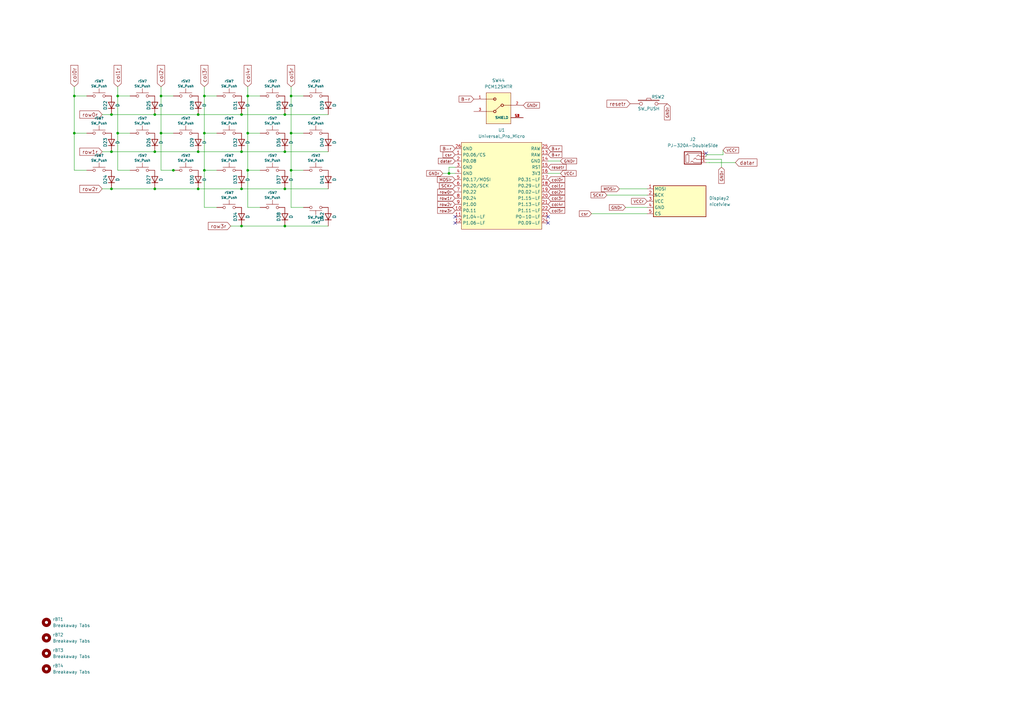
<source format=kicad_sch>
(kicad_sch (version 20230121) (generator eeschema)

  (uuid 04ecfb8d-8dc8-41d9-b176-68a9b73f1e5e)

  (paper "A3")

  (title_block
    (title "Corne Right")
    (date "2023-10-07")
    (rev "4.0.0")
    (company "foostan")
  )

  (lib_symbols
    (symbol "ClaudeSym:PJ-320A" (pin_names (offset 1.016)) (in_bom yes) (on_board yes)
      (property "Reference" "J1" (at 0 3.81 0)
        (effects (font (size 1.27 1.27)))
      )
      (property "Value" "PJ-320A-DoubleSide" (at 0 -3.81 0)
        (effects (font (size 1.27 1.27)))
      )
      (property "Footprint" "Keebio-Parts:TRRS-PJ-320A_Doublesided" (at 3.81 3.81 0)
        (effects (font (size 1.27 1.27)) hide)
      )
      (property "Datasheet" "" (at 6.985 4.445 0)
        (effects (font (size 1.27 1.27)) hide)
      )
      (property "ki_keywords" "audio jack receptable stereo headphones TRRS connector" (at 0 0 0)
        (effects (font (size 1.27 1.27)) hide)
      )
      (property "ki_description" "4-pin (audio) jack receptable (stereo + 4th pin/TRRS connector), compatible with PJ320A" (at 0 0 0)
        (effects (font (size 1.27 1.27)) hide)
      )
      (symbol "PJ-320A_0_1"
        (rectangle (start -1.905 -1.905) (end -3.175 1.27)
          (stroke (width 0) (type default))
          (fill (type none))
        )
        (polyline
          (pts
            (xy -2.54 1.27)
            (xy -2.54 1.905)
            (xy 3.175 1.905)
          )
          (stroke (width 0) (type default))
          (fill (type none))
        )
        (polyline
          (pts
            (xy -1.27 -1.905)
            (xy -0.635 -1.27)
            (xy 0 -1.905)
            (xy 3.175 -1.905)
          )
          (stroke (width 0) (type default))
          (fill (type none))
        )
        (polyline
          (pts
            (xy 0 -0.635)
            (xy 0.635 0)
            (xy 1.27 -0.635)
            (xy 3.175 -0.635)
          )
          (stroke (width 0) (type default))
          (fill (type none))
        )
        (polyline
          (pts
            (xy 1.27 0.635)
            (xy 1.905 1.27)
            (xy 2.54 0.635)
            (xy 3.175 0.635)
          )
          (stroke (width 0) (type default))
          (fill (type none))
        )
        (rectangle (start 3.175 2.54) (end -3.81 -2.54)
          (stroke (width 0.3048) (type default))
          (fill (type none))
        )
      )
      (symbol "PJ-320A_1_1"
        (pin input line (at 5.1338 1.8756 180) (length 2.0066)
          (name "" (effects (font (size 0.508 0.508))))
          (number "1" (effects (font (size 0.7112 0.7112))))
        )
        (pin input line (at 5.1954 0.6252 180) (length 2.0066)
          (name "" (effects (font (size 0.508 0.508))))
          (number "2" (effects (font (size 0.7112 0.7112))))
        )
        (pin input line (at 5.1074 -0.5899 180) (length 2.0066)
          (name "" (effects (font (size 0.508 0.508))))
          (number "3" (effects (font (size 0.7112 0.7112))))
        )
        (pin input line (at 5.1514 -1.902 180) (length 2.0066)
          (name "" (effects (font (size 0.508 0.508))))
          (number "4" (effects (font (size 0.7112 0.7112))))
        )
      )
    )
    (symbol "ClaudeSym:Universal_Pro_Micro_Footprint" (in_bom no) (on_board yes)
      (property "Reference" "U" (at 0 22.86 0)
        (effects (font (size 1.27 1.27)))
      )
      (property "Value" "Universal_Pro_Micro" (at 0 20.32 0)
        (effects (font (size 1.27 1.27)))
      )
      (property "Footprint" "ClaudeFoot:Universal_Pro_Micro_Footprint" (at 0 -30.48 0)
        (effects (font (size 1.27 1.27)) hide)
      )
      (property "Datasheet" "https://nicekeyboards.com/docs/nice-nano/pinout-schematic" (at 1.27 -33.02 0)
        (effects (font (size 1.27 1.27)) hide)
      )
      (property "ki_description" "Symbol for an nicekeyboards nice!nano" (at 0 0 0)
        (effects (font (size 1.27 1.27)) hide)
      )
      (symbol "Universal_Pro_Micro_Footprint_0_0"
        (pin bidirectional line (at -19.05 -8.89 0) (length 2.54)
          (name "P0.11" (effects (font (size 1.27 1.27))))
          (number "10" (effects (font (size 1.27 1.27))))
        )
        (pin bidirectional line (at -19.05 -11.43 0) (length 2.54)
          (name "P1.04-LF" (effects (font (size 1.27 1.27))))
          (number "11" (effects (font (size 1.27 1.27))))
        )
        (pin bidirectional line (at -19.05 -13.97 0) (length 2.54)
          (name "P1.06-LF" (effects (font (size 1.27 1.27))))
          (number "12" (effects (font (size 1.27 1.27))))
        )
        (pin power_out line (at 19.05 11.43 180) (length 2.54)
          (name "GND" (effects (font (size 1.27 1.27))))
          (number "14" (effects (font (size 1.27 1.27))))
        )
        (pin bidirectional line (at 19.05 8.89 180) (length 2.54)
          (name "RST" (effects (font (size 1.27 1.27))))
          (number "15" (effects (font (size 1.27 1.27))))
        )
        (pin bidirectional line (at 19.05 3.81 180) (length 2.54)
          (name "P0.31-LF" (effects (font (size 1.27 1.27))))
          (number "17" (effects (font (size 1.27 1.27))))
        )
        (pin bidirectional line (at 19.05 1.27 180) (length 2.54)
          (name "P0.29-LF" (effects (font (size 1.27 1.27))))
          (number "18" (effects (font (size 1.27 1.27))))
        )
        (pin bidirectional line (at 19.05 -1.27 180) (length 2.54)
          (name "P0.02-LF" (effects (font (size 1.27 1.27))))
          (number "19" (effects (font (size 1.27 1.27))))
        )
        (pin bidirectional line (at -19.05 11.43 0) (length 2.54)
          (name "P0.08" (effects (font (size 1.27 1.27))))
          (number "2" (effects (font (size 1.27 1.27))))
        )
        (pin bidirectional line (at 19.05 -3.81 180) (length 2.54)
          (name "P1.15-LF" (effects (font (size 1.27 1.27))))
          (number "20" (effects (font (size 1.27 1.27))))
        )
        (pin bidirectional line (at 19.05 -6.35 180) (length 2.54)
          (name "P1.13-LF" (effects (font (size 1.27 1.27))))
          (number "21" (effects (font (size 1.27 1.27))))
        )
        (pin bidirectional line (at 19.05 -8.89 180) (length 2.54)
          (name "P1.11-LF" (effects (font (size 1.27 1.27))))
          (number "22" (effects (font (size 1.27 1.27))))
        )
        (pin bidirectional line (at 19.05 -11.43 180) (length 2.54)
          (name "P0-10-LF" (effects (font (size 1.27 1.27))))
          (number "23" (effects (font (size 1.27 1.27))))
        )
        (pin bidirectional line (at 19.05 -13.97 180) (length 2.54)
          (name "P0.09-LF" (effects (font (size 1.27 1.27))))
          (number "24" (effects (font (size 1.27 1.27))))
        )
        (pin power_out line (at -19.05 8.89 0) (length 2.54)
          (name "GND" (effects (font (size 1.27 1.27))))
          (number "3" (effects (font (size 1.27 1.27))))
        )
        (pin power_out line (at -19.05 6.35 0) (length 2.54)
          (name "GND" (effects (font (size 1.27 1.27))))
          (number "4" (effects (font (size 1.27 1.27))))
        )
        (pin bidirectional line (at -19.05 -1.27 0) (length 2.54)
          (name "P0.22" (effects (font (size 1.27 1.27))))
          (number "7" (effects (font (size 1.27 1.27))))
        )
        (pin bidirectional line (at -19.05 -3.81 0) (length 2.54)
          (name "P0.24" (effects (font (size 1.27 1.27))))
          (number "8" (effects (font (size 1.27 1.27))))
        )
        (pin bidirectional line (at -19.05 -6.35 0) (length 2.54)
          (name "P1.00" (effects (font (size 1.27 1.27))))
          (number "9" (effects (font (size 1.27 1.27))))
        )
      )
      (symbol "Universal_Pro_Micro_Footprint_1_0"
        (pin bidirectional line (at -19.05 13.97 0) (length 2.54)
          (name "P0.06/CS" (effects (font (size 1.27 1.27))))
          (number "1" (effects (font (size 1.27 1.27))))
        )
        (pin power_out line (at 19.05 13.97 180) (length 2.54)
          (name "RAW" (effects (font (size 1.27 1.27))))
          (number "13" (effects (font (size 1.27 1.27))))
        )
        (pin power_out line (at 19.05 6.35 180) (length 2.54)
          (name "3V3" (effects (font (size 1.27 1.27))))
          (number "16" (effects (font (size 1.27 1.27))))
        )
        (pin power_out line (at 19.05 16.51 180) (length 2.54)
          (name "RAW" (effects (font (size 1.27 1.27))))
          (number "25" (effects (font (size 1.27 1.27))))
        )
        (pin power_out line (at -19.05 16.51 0) (length 2.54)
          (name "GND" (effects (font (size 1.27 1.27))))
          (number "26" (effects (font (size 1.27 1.27))))
        )
        (pin bidirectional line (at -19.05 3.81 0) (length 2.54)
          (name "P0.17/MOSI" (effects (font (size 1.27 1.27))))
          (number "5" (effects (font (size 1.27 1.27))))
        )
        (pin bidirectional line (at -19.05 1.27 0) (length 2.54)
          (name "P0.20/SCK" (effects (font (size 1.27 1.27))))
          (number "6" (effects (font (size 1.27 1.27))))
        )
      )
      (symbol "Universal_Pro_Micro_Footprint_1_1"
        (rectangle (start -16.51 19.05) (end 16.51 -16.51)
          (stroke (width 0) (type default))
          (fill (type background))
        )
      )
    )
    (symbol "Device:D" (pin_numbers hide) (pin_names (offset 1.016) hide) (in_bom yes) (on_board yes)
      (property "Reference" "D" (at 0 2.54 0)
        (effects (font (size 1.27 1.27)))
      )
      (property "Value" "D" (at 0 -2.54 0)
        (effects (font (size 1.27 1.27)))
      )
      (property "Footprint" "" (at 0 0 0)
        (effects (font (size 1.27 1.27)) hide)
      )
      (property "Datasheet" "~" (at 0 0 0)
        (effects (font (size 1.27 1.27)) hide)
      )
      (property "ki_keywords" "diode" (at 0 0 0)
        (effects (font (size 1.27 1.27)) hide)
      )
      (property "ki_description" "Diode" (at 0 0 0)
        (effects (font (size 1.27 1.27)) hide)
      )
      (property "ki_fp_filters" "TO-???* *_Diode_* *SingleDiode* D_*" (at 0 0 0)
        (effects (font (size 1.27 1.27)) hide)
      )
      (symbol "D_0_1"
        (polyline
          (pts
            (xy -1.27 1.27)
            (xy -1.27 -1.27)
          )
          (stroke (width 0.254) (type default))
          (fill (type none))
        )
        (polyline
          (pts
            (xy 1.27 0)
            (xy -1.27 0)
          )
          (stroke (width 0) (type default))
          (fill (type none))
        )
        (polyline
          (pts
            (xy 1.27 1.27)
            (xy 1.27 -1.27)
            (xy -1.27 0)
            (xy 1.27 1.27)
          )
          (stroke (width 0.254) (type default))
          (fill (type none))
        )
      )
      (symbol "D_1_1"
        (pin passive line (at -3.81 0 0) (length 2.54)
          (name "K" (effects (font (size 1.27 1.27))))
          (number "1" (effects (font (size 1.27 1.27))))
        )
        (pin passive line (at 3.81 0 180) (length 2.54)
          (name "A" (effects (font (size 1.27 1.27))))
          (number "2" (effects (font (size 1.27 1.27))))
        )
      )
    )
    (symbol "Mechanical:MountingHole" (pin_names (offset 1.016)) (in_bom yes) (on_board yes)
      (property "Reference" "H" (at 0 5.08 0)
        (effects (font (size 1.27 1.27)))
      )
      (property "Value" "MountingHole" (at 0 3.175 0)
        (effects (font (size 1.27 1.27)))
      )
      (property "Footprint" "" (at 0 0 0)
        (effects (font (size 1.27 1.27)) hide)
      )
      (property "Datasheet" "~" (at 0 0 0)
        (effects (font (size 1.27 1.27)) hide)
      )
      (property "ki_keywords" "mounting hole" (at 0 0 0)
        (effects (font (size 1.27 1.27)) hide)
      )
      (property "ki_description" "Mounting Hole without connection" (at 0 0 0)
        (effects (font (size 1.27 1.27)) hide)
      )
      (property "ki_fp_filters" "MountingHole*" (at 0 0 0)
        (effects (font (size 1.27 1.27)) hide)
      )
      (symbol "MountingHole_0_1"
        (circle (center 0 0) (radius 1.27)
          (stroke (width 1.27) (type default))
          (fill (type none))
        )
      )
    )
    (symbol "PCM_PCM12SMTR:PCM12SMTR" (pin_names (offset 1.016)) (in_bom yes) (on_board yes)
      (property "Reference" "SW" (at -5.0844 5.3386 0)
        (effects (font (size 1.27 1.27)) (justify left bottom))
      )
      (property "Value" "PCM12SMTR" (at -5.1814 -9.6619 0)
        (effects (font (size 1.27 1.27)) (justify left bottom))
      )
      (property "Footprint" "SW_PCM12SMTR" (at 0 0 0)
        (effects (font (size 1.27 1.27)) (justify bottom) hide)
      )
      (property "Datasheet" "" (at 0 0 0)
        (effects (font (size 1.27 1.27)) hide)
      )
      (property "STANDARD" "Manufacturer Recommendation" (at 0 0 0)
        (effects (font (size 1.27 1.27)) (justify bottom) hide)
      )
      (property "MANUFACTURER" "C&K" (at 0 0 0)
        (effects (font (size 1.27 1.27)) (justify bottom) hide)
      )
      (symbol "PCM12SMTR_0_0"
        (rectangle (start -5.08 -7.62) (end 5.08 5.08)
          (stroke (width 0.1524) (type default))
          (fill (type background))
        )
        (circle (center -1.524 -2.54) (radius 0.508)
          (stroke (width 0.254) (type default))
          (fill (type none))
        )
        (circle (center -1.524 2.54) (radius 0.508)
          (stroke (width 0.254) (type default))
          (fill (type none))
        )
        (polyline
          (pts
            (xy -5.08 -2.54)
            (xy -2.032 -2.54)
          )
          (stroke (width 0.1524) (type default))
          (fill (type none))
        )
        (polyline
          (pts
            (xy -5.08 2.54)
            (xy -1.524 2.54)
          )
          (stroke (width 0.1524) (type default))
          (fill (type none))
        )
        (polyline
          (pts
            (xy 1.016 0)
            (xy -1.27 -2.032)
          )
          (stroke (width 0.1524) (type default))
          (fill (type none))
        )
        (polyline
          (pts
            (xy 2.032 0)
            (xy 5.08 0)
          )
          (stroke (width 0.1524) (type default))
          (fill (type none))
        )
        (circle (center 1.524 0) (radius 0.508)
          (stroke (width 0.254) (type default))
          (fill (type none))
        )
        (pin passive line (at -10.16 2.54 0) (length 5.08)
          (name "~" (effects (font (size 1.016 1.016))))
          (number "1" (effects (font (size 1.016 1.016))))
        )
        (pin passive line (at 10.16 0 180) (length 5.08)
          (name "~" (effects (font (size 1.016 1.016))))
          (number "2" (effects (font (size 1.016 1.016))))
        )
        (pin passive line (at -10.16 -2.54 0) (length 5.08)
          (name "~" (effects (font (size 1.016 1.016))))
          (number "3" (effects (font (size 1.016 1.016))))
        )
        (pin passive line (at 10.16 -5.08 180) (length 5.08)
          (name "SHIELD" (effects (font (size 1.016 1.016))))
          (number "S1" (effects (font (size 1.016 1.016))))
        )
        (pin passive line (at 10.16 -5.08 180) (length 5.08)
          (name "SHIELD" (effects (font (size 1.016 1.016))))
          (number "S2" (effects (font (size 1.016 1.016))))
        )
        (pin passive line (at 10.16 -5.08 180) (length 5.08)
          (name "SHIELD" (effects (font (size 1.016 1.016))))
          (number "S3" (effects (font (size 1.016 1.016))))
        )
        (pin passive line (at 10.16 -5.08 180) (length 5.08)
          (name "SHIELD" (effects (font (size 1.016 1.016))))
          (number "S4" (effects (font (size 1.016 1.016))))
        )
      )
    )
    (symbol "PCM_nice_view:nice!view" (in_bom yes) (on_board yes)
      (property "Reference" "Display" (at 0 12.7 0)
        (effects (font (size 1.27 1.27)) (justify bottom))
      )
      (property "Value" "nice!view" (at 0 0 0)
        (effects (font (size 1.27 1.27)))
      )
      (property "Footprint" "nice_view:nice_view" (at 0 16.51 0)
        (effects (font (size 1.27 1.27)) hide)
      )
      (property "Datasheet" "https://nicekeyboards.com/docs/nice-view/pinout-schematic" (at 2.54 -25.4 0)
        (effects (font (size 1.27 1.27)) hide)
      )
      (property "ki_keywords" "display MIP 36x14" (at 0 0 0)
        (effects (font (size 1.27 1.27)) hide)
      )
      (property "ki_description" "Sharp LS011B7DH03 Memory in Pixel 160x68" (at 0 0 0)
        (effects (font (size 1.27 1.27)) hide)
      )
      (property "ki_fp_filters" "nice*" (at 0 0 0)
        (effects (font (size 1.27 1.27)) hide)
      )
      (symbol "nice!view_0_1"
        (rectangle (start -6.35 11.43) (end 6.35 -10.16)
          (stroke (width 0.254) (type default))
          (fill (type background))
        )
      )
      (symbol "nice!view_1_1"
        (pin input line (at -5.08 -12.7 90) (length 2.54)
          (name "MOSI" (effects (font (size 1.27 1.27))))
          (number "1" (effects (font (size 1.27 1.27))))
        )
        (pin input clock (at -2.54 -12.7 90) (length 2.54)
          (name "SCK" (effects (font (size 1.27 1.27))))
          (number "2" (effects (font (size 1.27 1.27))))
        )
        (pin power_in line (at 0 -12.7 90) (length 2.54)
          (name "VCC" (effects (font (size 1.27 1.27))))
          (number "3" (effects (font (size 1.27 1.27))))
        )
        (pin power_out line (at 2.54 -12.7 90) (length 2.54)
          (name "GND" (effects (font (size 1.27 1.27))))
          (number "4" (effects (font (size 1.27 1.27))))
        )
        (pin passive line (at 5.08 -12.7 90) (length 2.54)
          (name "CS" (effects (font (size 1.27 1.27))))
          (number "5" (effects (font (size 1.27 1.27))))
        )
      )
    )
    (symbol "SW_Push_1" (pin_numbers hide) (pin_names (offset 1.016) hide) (in_bom yes) (on_board yes)
      (property "Reference" "SW" (at 1.27 2.54 0)
        (effects (font (size 1.27 1.27)) (justify left))
      )
      (property "Value" "SW_Push" (at 0 -1.524 0)
        (effects (font (size 1.27 1.27)))
      )
      (property "Footprint" "" (at 0 5.08 0)
        (effects (font (size 1.27 1.27)) hide)
      )
      (property "Datasheet" "~" (at 0 5.08 0)
        (effects (font (size 1.27 1.27)) hide)
      )
      (property "ki_keywords" "switch normally-open pushbutton push-button" (at 0 0 0)
        (effects (font (size 1.27 1.27)) hide)
      )
      (property "ki_description" "Push button switch, generic, two pins" (at 0 0 0)
        (effects (font (size 1.27 1.27)) hide)
      )
      (symbol "SW_Push_1_0_1"
        (circle (center -2.032 0) (radius 0.508)
          (stroke (width 0) (type default))
          (fill (type none))
        )
        (polyline
          (pts
            (xy 0 1.27)
            (xy 0 3.048)
          )
          (stroke (width 0) (type default))
          (fill (type none))
        )
        (polyline
          (pts
            (xy 2.54 1.27)
            (xy -2.54 1.27)
          )
          (stroke (width 0) (type default))
          (fill (type none))
        )
        (circle (center 2.032 0) (radius 0.508)
          (stroke (width 0) (type default))
          (fill (type none))
        )
        (pin passive line (at -5.08 0 0) (length 2.54)
          (name "1" (effects (font (size 1.27 1.27))))
          (number "1" (effects (font (size 1.27 1.27))))
        )
        (pin passive line (at 5.08 0 180) (length 2.54)
          (name "2" (effects (font (size 1.27 1.27))))
          (number "2" (effects (font (size 1.27 1.27))))
        )
      )
    )
    (symbol "Switch:SW_Push" (pin_numbers hide) (pin_names (offset 1.016) hide) (in_bom yes) (on_board yes)
      (property "Reference" "SW" (at 1.27 2.54 0)
        (effects (font (size 1.27 1.27)) (justify left))
      )
      (property "Value" "SW_Push" (at 0 -1.524 0)
        (effects (font (size 1.27 1.27)))
      )
      (property "Footprint" "" (at 0 5.08 0)
        (effects (font (size 1.27 1.27)) hide)
      )
      (property "Datasheet" "~" (at 0 5.08 0)
        (effects (font (size 1.27 1.27)) hide)
      )
      (property "ki_keywords" "switch normally-open pushbutton push-button" (at 0 0 0)
        (effects (font (size 1.27 1.27)) hide)
      )
      (property "ki_description" "Push button switch, generic, two pins" (at 0 0 0)
        (effects (font (size 1.27 1.27)) hide)
      )
      (symbol "SW_Push_0_1"
        (circle (center -2.032 0) (radius 0.508)
          (stroke (width 0) (type default))
          (fill (type none))
        )
        (polyline
          (pts
            (xy 0 1.27)
            (xy 0 3.048)
          )
          (stroke (width 0) (type default))
          (fill (type none))
        )
        (polyline
          (pts
            (xy 2.54 1.27)
            (xy -2.54 1.27)
          )
          (stroke (width 0) (type default))
          (fill (type none))
        )
        (circle (center 2.032 0) (radius 0.508)
          (stroke (width 0) (type default))
          (fill (type none))
        )
        (pin passive line (at -5.08 0 0) (length 2.54)
          (name "1" (effects (font (size 1.27 1.27))))
          (number "1" (effects (font (size 1.27 1.27))))
        )
        (pin passive line (at 5.08 0 180) (length 2.54)
          (name "2" (effects (font (size 1.27 1.27))))
          (number "2" (effects (font (size 1.27 1.27))))
        )
      )
    )
    (symbol "kbd:SW_PUSH" (pin_numbers hide) (pin_names (offset 1.016) hide) (in_bom yes) (on_board yes)
      (property "Reference" "SW" (at 3.81 2.794 0)
        (effects (font (size 1.27 1.27)))
      )
      (property "Value" "SW_PUSH" (at 0 -2.032 0)
        (effects (font (size 1.27 1.27)))
      )
      (property "Footprint" "" (at 0 0 0)
        (effects (font (size 1.27 1.27)))
      )
      (property "Datasheet" "" (at 0 0 0)
        (effects (font (size 1.27 1.27)))
      )
      (symbol "SW_PUSH_0_1"
        (rectangle (start -4.318 1.27) (end 4.318 1.524)
          (stroke (width 0) (type default))
          (fill (type none))
        )
        (polyline
          (pts
            (xy -1.016 1.524)
            (xy -0.762 2.286)
            (xy 0.762 2.286)
            (xy 1.016 1.524)
          )
          (stroke (width 0) (type default))
          (fill (type none))
        )
        (pin passive inverted (at -7.62 0 0) (length 5.08)
          (name "1" (effects (font (size 1.27 1.27))))
          (number "1" (effects (font (size 1.27 1.27))))
        )
        (pin passive inverted (at 7.62 0 180) (length 5.08)
          (name "2" (effects (font (size 1.27 1.27))))
          (number "2" (effects (font (size 1.27 1.27))))
        )
      )
    )
  )

  (junction (at 48.26 54.61) (diameter 0) (color 0 0 0 0)
    (uuid 035b4b32-7683-4339-a378-c3ed40585499)
  )
  (junction (at 63.5 46.99) (diameter 0) (color 0 0 0 0)
    (uuid 07934ea3-a08e-4420-88cb-9f8199242de9)
  )
  (junction (at 116.84 62.23) (diameter 0) (color 0 0 0 0)
    (uuid 08810597-abc3-4288-b687-55da4e11b8f6)
  )
  (junction (at 83.82 39.37) (diameter 0) (color 0 0 0 0)
    (uuid 0ce7fde8-d80c-4420-8156-e549c546071b)
  )
  (junction (at 45.72 62.23) (diameter 0) (color 0 0 0 0)
    (uuid 12b209c3-4e29-4f69-9434-2e7808075dcd)
  )
  (junction (at 71.12 69.85) (diameter 0) (color 0 0 0 0)
    (uuid 1bb53331-f2a1-4a5b-bd30-277ff913b011)
  )
  (junction (at 30.48 54.61) (diameter 0) (color 0 0 0 0)
    (uuid 3b8756f6-fc8f-4ebb-aec4-e28c9faa5ea0)
  )
  (junction (at 99.06 62.23) (diameter 0) (color 0 0 0 0)
    (uuid 41577850-b368-4546-9e31-a0993f1b2d29)
  )
  (junction (at 81.28 77.47) (diameter 0) (color 0 0 0 0)
    (uuid 4167362d-2850-4d28-bc02-f7199e1a1814)
  )
  (junction (at 45.72 77.47) (diameter 0) (color 0 0 0 0)
    (uuid 465a2673-28a4-429f-a7a3-e1ab75ffac84)
  )
  (junction (at 101.6 39.37) (diameter 0) (color 0 0 0 0)
    (uuid 46f241c3-528d-4fbc-b9fb-79682f706f4b)
  )
  (junction (at 116.84 92.71) (diameter 0) (color 0 0 0 0)
    (uuid 4d1ef6e6-7d5f-4f3b-9362-496e47fa85ab)
  )
  (junction (at 81.28 62.23) (diameter 0) (color 0 0 0 0)
    (uuid 5597050a-bbba-4cf4-acb4-c1d567bfcfda)
  )
  (junction (at 66.04 39.37) (diameter 0) (color 0 0 0 0)
    (uuid 5cceaccd-83a3-4906-82f1-4f7203e2d765)
  )
  (junction (at 83.82 54.61) (diameter 0) (color 0 0 0 0)
    (uuid 5fbddc8d-8b64-4409-9cb8-4d95d048c437)
  )
  (junction (at 119.38 39.37) (diameter 0) (color 0 0 0 0)
    (uuid 69d022af-85f7-4eb2-90a0-7483ea37387f)
  )
  (junction (at 66.04 54.61) (diameter 0) (color 0 0 0 0)
    (uuid 6f766700-4282-42b0-aa4d-5186d5a6de10)
  )
  (junction (at 99.06 77.47) (diameter 0) (color 0 0 0 0)
    (uuid 7d233d79-055b-4ed9-90bf-f628bdd2bcfb)
  )
  (junction (at 30.48 39.37) (diameter 0) (color 0 0 0 0)
    (uuid 8992e6a7-f28f-44da-bd70-3e0b0ac57212)
  )
  (junction (at 116.84 77.47) (diameter 0) (color 0 0 0 0)
    (uuid 8be088de-74d7-4721-82ef-f8299c479846)
  )
  (junction (at 119.38 69.85) (diameter 0) (color 0 0 0 0)
    (uuid 9bbbb143-398e-4638-af1a-365377dfabbd)
  )
  (junction (at 81.28 46.99) (diameter 0) (color 0 0 0 0)
    (uuid a2c1d377-e2ed-418c-a223-bfad8d2cd540)
  )
  (junction (at 101.6 54.61) (diameter 0) (color 0 0 0 0)
    (uuid ad078bff-5331-4210-ae22-11b6b6fd74d4)
  )
  (junction (at 99.06 92.71) (diameter 0) (color 0 0 0 0)
    (uuid b1497351-10bc-4189-8833-fd6edaec1892)
  )
  (junction (at 119.38 54.61) (diameter 0) (color 0 0 0 0)
    (uuid b7ae5d5a-4699-4cf9-aa3f-c57f87a1140f)
  )
  (junction (at 48.26 39.37) (diameter 0) (color 0 0 0 0)
    (uuid c3c6a57b-3645-4ac7-ae88-d960ea1cd4d6)
  )
  (junction (at 63.5 77.47) (diameter 0) (color 0 0 0 0)
    (uuid cd1e6e59-8b93-4e1f-92db-53d233815267)
  )
  (junction (at 45.72 46.99) (diameter 0) (color 0 0 0 0)
    (uuid d584b95b-5bd3-49ef-b3b0-bda56e3fa17a)
  )
  (junction (at 101.6 69.85) (diameter 0) (color 0 0 0 0)
    (uuid d829e1da-0442-4b6e-b24c-43c98f8b3143)
  )
  (junction (at 83.82 69.85) (diameter 0) (color 0 0 0 0)
    (uuid d956d5b9-e7cd-4416-b3ae-42619c7567e1)
  )
  (junction (at 63.5 62.23) (diameter 0) (color 0 0 0 0)
    (uuid e2b6d590-16cd-4c53-a12d-8b9ec330569f)
  )
  (junction (at 116.84 46.99) (diameter 0) (color 0 0 0 0)
    (uuid edcb0110-4785-49d8-81aa-fb3ede837259)
  )
  (junction (at 99.06 46.99) (diameter 0) (color 0 0 0 0)
    (uuid f11a4ffa-9707-44b2-b006-3a482c2fc3da)
  )
  (junction (at 184.15 71.12) (diameter 0) (color 0 0 0 0)
    (uuid f40c5aa7-3f0a-44f9-a311-467bdb025e36)
  )

  (no_connect (at 186.69 88.9) (uuid a05512a7-78b8-49ce-ae43-14631db2fdde))
  (no_connect (at 224.79 91.44) (uuid b733018e-cb93-4d0f-8733-672cc1f9f57d))
  (no_connect (at 186.69 91.44) (uuid c60f234b-6cd2-4f19-a0b2-fa2def92dfb6))
  (no_connect (at 224.79 88.9) (uuid d45279a5-b675-4f42-89f1-7b152ab1cabb))
  (no_connect (at 289.6138 62.8944) (uuid e0084ee1-e8c9-4aa1-80d6-3f94bf032c4f))

  (wire (pts (xy 30.48 54.61) (xy 30.48 69.85))
    (stroke (width 0) (type default))
    (uuid 02151a4b-bc96-480b-8f99-be8d594344d2)
  )
  (wire (pts (xy 45.72 77.47) (xy 63.5 77.47))
    (stroke (width 0) (type default))
    (uuid 03d024df-0950-4a6e-a260-e6823c184201)
  )
  (wire (pts (xy 66.04 39.37) (xy 66.04 54.61))
    (stroke (width 0) (type default))
    (uuid 04df4af0-faf4-42ff-90aa-e9f2043b01e4)
  )
  (wire (pts (xy 66.04 54.61) (xy 66.04 69.85))
    (stroke (width 0) (type default))
    (uuid 0cd15234-2397-4fb6-b58b-a69aec1dc90a)
  )
  (wire (pts (xy 289.6314 66.672) (xy 290.9014 66.672))
    (stroke (width 0) (type default))
    (uuid 0e8ba153-2fdb-4b7a-aa0a-751251c4c178)
  )
  (wire (pts (xy 81.28 77.47) (xy 99.06 77.47))
    (stroke (width 0) (type default))
    (uuid 12f82769-082a-4dd4-833d-9e0ca2b6375b)
  )
  (wire (pts (xy 101.6 54.61) (xy 106.68 54.61))
    (stroke (width 0) (type default))
    (uuid 136568eb-f65a-431b-b233-93f2737dc6ab)
  )
  (wire (pts (xy 119.38 39.37) (xy 124.46 39.37))
    (stroke (width 0) (type default))
    (uuid 13bfe051-0bde-443c-90e1-f2f849fb512c)
  )
  (wire (pts (xy 66.04 35.56) (xy 66.04 39.37))
    (stroke (width 0) (type default))
    (uuid 1c9c5f5e-84b9-4907-ab9a-3ffe0884d3c1)
  )
  (wire (pts (xy 94.615 92.71) (xy 99.06 92.71))
    (stroke (width 0) (type default))
    (uuid 1dba23ac-ebde-44b2-b093-3fa896bc644c)
  )
  (wire (pts (xy 45.72 62.23) (xy 63.5 62.23))
    (stroke (width 0) (type default))
    (uuid 1f9220eb-be17-4dbf-8c4d-00768eeda4e4)
  )
  (wire (pts (xy 290.9014 66.675) (xy 301.625 66.675))
    (stroke (width 0) (type default))
    (uuid 29083f2e-5a30-4610-b7e4-beeaeb68f771)
  )
  (wire (pts (xy 99.06 77.47) (xy 116.84 77.47))
    (stroke (width 0) (type default))
    (uuid 2a49bc7d-4c14-46c4-ab48-d37a9c8409d2)
  )
  (wire (pts (xy 71.12 69.85) (xy 72.39 69.85))
    (stroke (width 0) (type default))
    (uuid 2ca82163-56e6-42d6-9a95-1e055d59268f)
  )
  (wire (pts (xy 101.6 39.37) (xy 101.6 54.61))
    (stroke (width 0) (type default))
    (uuid 2f297410-831d-432a-bb6f-3204d1bc94b0)
  )
  (wire (pts (xy 83.82 69.85) (xy 88.9 69.85))
    (stroke (width 0) (type default))
    (uuid 30dbe228-81b9-4924-ac9a-63714801894e)
  )
  (wire (pts (xy 289.5874 65.3599) (xy 295.91 65.3599))
    (stroke (width 0) (type default))
    (uuid 3169e424-086c-4f6f-8585-e25aa471060e)
  )
  (wire (pts (xy 289.6754 63.5) (xy 296.545 63.5))
    (stroke (width 0) (type default))
    (uuid 32462be8-4a88-4a94-a5c4-23f041866f90)
  )
  (wire (pts (xy 101.6 35.56) (xy 101.6 39.37))
    (stroke (width 0) (type default))
    (uuid 34133641-0cd2-4cb7-aeef-2eba97f787a7)
  )
  (wire (pts (xy 256.54 85.09) (xy 265.43 85.09))
    (stroke (width 0) (type default))
    (uuid 355243cb-a22f-4525-83b2-4cbd05951b24)
  )
  (wire (pts (xy 48.26 69.85) (xy 53.34 69.85))
    (stroke (width 0) (type default))
    (uuid 38ea2ed1-6cfb-43a6-a8d6-f90185b08880)
  )
  (wire (pts (xy 224.79 71.12) (xy 229.87 71.12))
    (stroke (width 0) (type default))
    (uuid 415d95d1-8c37-400f-b23f-99a8a6af8e4a)
  )
  (wire (pts (xy 116.84 46.99) (xy 134.62 46.99))
    (stroke (width 0) (type default))
    (uuid 43148f0e-a1b1-4bbc-8602-ff0c0117726f)
  )
  (wire (pts (xy 83.82 35.56) (xy 83.82 39.37))
    (stroke (width 0) (type default))
    (uuid 43421425-5ed6-4d0d-b48c-de06668eeb6d)
  )
  (wire (pts (xy 119.38 85.09) (xy 124.46 85.09))
    (stroke (width 0) (type default))
    (uuid 58ef1290-e254-4011-821f-43150aeffa8d)
  )
  (wire (pts (xy 83.82 39.37) (xy 88.9 39.37))
    (stroke (width 0) (type default))
    (uuid 62a34b2b-c191-445f-aa95-4b51beed2bc6)
  )
  (wire (pts (xy 48.26 39.37) (xy 48.26 54.61))
    (stroke (width 0) (type default))
    (uuid 63ed319c-e689-4513-b5c3-7b83695fc6f4)
  )
  (wire (pts (xy 184.15 68.58) (xy 184.15 71.12))
    (stroke (width 0) (type default))
    (uuid 6865a1c8-76b0-48fe-aeaa-e06fd414dc41)
  )
  (wire (pts (xy 81.28 46.99) (xy 99.06 46.99))
    (stroke (width 0) (type default))
    (uuid 6b14d92a-ea7f-455c-8c51-98e31f10697d)
  )
  (wire (pts (xy 66.04 54.61) (xy 71.12 54.61))
    (stroke (width 0) (type default))
    (uuid 6b24d8f7-da77-4d28-a1fb-2eadc0288bb0)
  )
  (wire (pts (xy 254 77.47) (xy 265.43 77.47))
    (stroke (width 0) (type default))
    (uuid 6bb77e25-6eca-4855-9085-a6810e782b81)
  )
  (wire (pts (xy 101.6 54.61) (xy 101.6 69.85))
    (stroke (width 0) (type default))
    (uuid 6e4f4e22-2202-4e7d-bcaf-904a9b2f29f9)
  )
  (wire (pts (xy 30.48 35.56) (xy 30.48 39.37))
    (stroke (width 0) (type default))
    (uuid 7247d41d-e140-4253-9fff-0c986a3e5f48)
  )
  (wire (pts (xy 48.26 54.61) (xy 48.26 69.85))
    (stroke (width 0) (type default))
    (uuid 7299e40f-bc91-4655-8228-2b681a4d0aa4)
  )
  (wire (pts (xy 181.61 71.12) (xy 184.15 71.12))
    (stroke (width 0) (type default))
    (uuid 778a95f7-ba22-48cd-8a71-1358d5a0bd04)
  )
  (wire (pts (xy 99.06 92.71) (xy 116.84 92.71))
    (stroke (width 0) (type default))
    (uuid 78e7f15f-6e4f-40e0-83b0-067c9362bc95)
  )
  (wire (pts (xy 30.48 39.37) (xy 35.56 39.37))
    (stroke (width 0) (type default))
    (uuid 793e854d-b2d6-4775-aa6d-a5ece842d0e6)
  )
  (wire (pts (xy 63.5 46.99) (xy 81.28 46.99))
    (stroke (width 0) (type default))
    (uuid 83639378-1745-466a-a347-4f5df04115df)
  )
  (wire (pts (xy 290.9014 66.672) (xy 290.9014 66.675))
    (stroke (width 0) (type default))
    (uuid 84d8362e-17b9-4278-8124-78617fa6e87a)
  )
  (wire (pts (xy 248.92 80.01) (xy 265.43 80.01))
    (stroke (width 0) (type default))
    (uuid 85c11b02-482c-41f5-bbaf-16b953b7eb40)
  )
  (wire (pts (xy 116.84 92.71) (xy 134.62 92.71))
    (stroke (width 0) (type default))
    (uuid 89ebbc87-c499-48dc-bb8b-b2b9303e22f6)
  )
  (wire (pts (xy 41.91 77.47) (xy 45.72 77.47))
    (stroke (width 0) (type default))
    (uuid 8ac8ac87-b0c3-4d9c-ac85-5fc6ea912c43)
  )
  (wire (pts (xy 30.48 69.85) (xy 35.56 69.85))
    (stroke (width 0) (type default))
    (uuid 8ca50d5f-be13-4b04-a936-a500add8a8a6)
  )
  (wire (pts (xy 48.26 35.56) (xy 48.26 39.37))
    (stroke (width 0) (type default))
    (uuid 8e9a6157-86fc-4c53-ab22-2ad7d9928ac1)
  )
  (wire (pts (xy 41.91 62.23) (xy 45.72 62.23))
    (stroke (width 0) (type default))
    (uuid 90813b46-3a06-45a3-95a2-aaa257ce15a0)
  )
  (wire (pts (xy 119.38 54.61) (xy 119.38 69.85))
    (stroke (width 0) (type default))
    (uuid 922cf31b-a1c3-47d6-832a-ca0ec2ac48ba)
  )
  (wire (pts (xy 83.82 69.85) (xy 83.82 85.09))
    (stroke (width 0) (type default))
    (uuid 927303a5-e82c-4212-af96-22d36b431eac)
  )
  (wire (pts (xy 101.6 69.85) (xy 106.68 69.85))
    (stroke (width 0) (type default))
    (uuid 9a275528-10cf-49d0-ac1f-358f2a9c95db)
  )
  (wire (pts (xy 119.38 39.37) (xy 119.38 54.61))
    (stroke (width 0) (type default))
    (uuid a0f2caaf-993b-4513-bf15-c3a9696b5de5)
  )
  (wire (pts (xy 63.5 62.23) (xy 81.28 62.23))
    (stroke (width 0) (type default))
    (uuid a15a268e-00ed-4b52-a399-1a807009969a)
  )
  (wire (pts (xy 119.38 69.85) (xy 124.46 69.85))
    (stroke (width 0) (type default))
    (uuid a308116a-520b-42a8-9c62-62ad5887c55c)
  )
  (wire (pts (xy 224.79 66.04) (xy 229.87 66.04))
    (stroke (width 0) (type default))
    (uuid a8440072-397b-41a1-822d-7ad2eb9e8e39)
  )
  (wire (pts (xy 116.84 77.47) (xy 134.62 77.47))
    (stroke (width 0) (type default))
    (uuid a9edc877-d8f2-4a59-a96c-bc6420660918)
  )
  (wire (pts (xy 99.06 46.99) (xy 116.84 46.99))
    (stroke (width 0) (type default))
    (uuid ab4c0385-cd42-44c3-a9ac-264c3d5be3b8)
  )
  (wire (pts (xy 101.6 85.09) (xy 106.68 85.09))
    (stroke (width 0) (type default))
    (uuid ab9f8e8f-43cf-4154-b3a6-07c208939d35)
  )
  (wire (pts (xy 81.28 62.23) (xy 99.06 62.23))
    (stroke (width 0) (type default))
    (uuid b0481692-0510-4c77-a0b0-efdf3d112bf7)
  )
  (wire (pts (xy 66.04 69.85) (xy 71.12 69.85))
    (stroke (width 0) (type default))
    (uuid b12fe4ff-01ef-44e8-a661-d2be3e7bd0cd)
  )
  (wire (pts (xy 101.6 69.85) (xy 101.6 85.09))
    (stroke (width 0) (type default))
    (uuid b2742bc6-09b4-453d-8780-0c813c915754)
  )
  (wire (pts (xy 83.82 54.61) (xy 88.9 54.61))
    (stroke (width 0) (type default))
    (uuid b5e18483-9c59-4707-9164-4ee1f81c59f9)
  )
  (wire (pts (xy 48.26 54.61) (xy 53.34 54.61))
    (stroke (width 0) (type default))
    (uuid b8d31e00-4397-4ada-84fd-fbc88b0db328)
  )
  (wire (pts (xy 124.46 54.61) (xy 119.38 54.61))
    (stroke (width 0) (type default))
    (uuid bb2f9633-35ba-42d6-9f53-8c66dcd7013a)
  )
  (wire (pts (xy 66.04 39.37) (xy 71.12 39.37))
    (stroke (width 0) (type default))
    (uuid bcfc41ee-62c2-4ec8-b4d4-02319fdfcea7)
  )
  (wire (pts (xy 119.38 69.85) (xy 119.38 85.09))
    (stroke (width 0) (type default))
    (uuid bef755c2-30ce-454c-86bd-80ec162f41f2)
  )
  (wire (pts (xy 295.91 65.3599) (xy 295.91 68.58))
    (stroke (width 0) (type default))
    (uuid bf07e422-2ff1-4bfa-b5fb-1f1a41f14eca)
  )
  (wire (pts (xy 119.38 35.56) (xy 119.38 39.37))
    (stroke (width 0) (type default))
    (uuid c03d84f8-51b6-4a67-9429-d1498c5b838d)
  )
  (wire (pts (xy 101.6 39.37) (xy 106.68 39.37))
    (stroke (width 0) (type default))
    (uuid c42ce9ff-5af4-4c01-b2ab-fbbc01904ef3)
  )
  (wire (pts (xy 99.06 62.23) (xy 116.84 62.23))
    (stroke (width 0) (type default))
    (uuid c58d7013-efeb-4417-aade-fcc23cb30626)
  )
  (wire (pts (xy 242.57 87.63) (xy 265.43 87.63))
    (stroke (width 0) (type default))
    (uuid cbd796f1-eab7-44ae-9cce-af8c0f41ea8c)
  )
  (wire (pts (xy 45.72 46.99) (xy 63.5 46.99))
    (stroke (width 0) (type default))
    (uuid cd46e72a-33ba-4c73-acd2-b502ce49c1c9)
  )
  (wire (pts (xy 184.15 71.12) (xy 186.69 71.12))
    (stroke (width 0) (type default))
    (uuid d2dae064-2fc9-491c-9706-35cf29784f9b)
  )
  (wire (pts (xy 83.82 39.37) (xy 83.82 54.61))
    (stroke (width 0) (type default))
    (uuid d317b132-f271-4aee-a5ae-c78e7c87294e)
  )
  (wire (pts (xy 83.82 54.61) (xy 83.82 69.85))
    (stroke (width 0) (type default))
    (uuid e3b61706-d66a-4897-96c9-eb6ec1392ecd)
  )
  (wire (pts (xy 41.91 46.99) (xy 45.72 46.99))
    (stroke (width 0) (type default))
    (uuid e4a4807f-ba33-4681-9775-35aed4e3e439)
  )
  (wire (pts (xy 289.6754 63.5) (xy 289.6754 64.1448))
    (stroke (width 0) (type default))
    (uuid e54c6969-40e3-48b3-a34d-8b5689ace2f8)
  )
  (wire (pts (xy 48.26 39.37) (xy 53.34 39.37))
    (stroke (width 0) (type default))
    (uuid e54ec0ea-7ef0-480c-bd6b-2178dc1d37a8)
  )
  (wire (pts (xy 30.48 54.61) (xy 35.56 54.61))
    (stroke (width 0) (type default))
    (uuid e8c00251-fe5b-4a3e-8368-e1211cda783e)
  )
  (wire (pts (xy 83.82 85.09) (xy 88.9 85.09))
    (stroke (width 0) (type default))
    (uuid ec75f94f-449b-4ed6-873a-130b447edba6)
  )
  (wire (pts (xy 116.84 62.23) (xy 134.62 62.23))
    (stroke (width 0) (type default))
    (uuid f18c9811-a65d-471a-afcd-34d8eb4ef1f5)
  )
  (wire (pts (xy 63.5 77.47) (xy 81.28 77.47))
    (stroke (width 0) (type default))
    (uuid f4c05575-bc57-4de9-8e4b-aac6d1a1d9e5)
  )
  (wire (pts (xy 296.545 63.5) (xy 296.545 61.595))
    (stroke (width 0) (type default))
    (uuid f982c95a-0ed3-4e9d-b938-06aa846968b0)
  )
  (wire (pts (xy 30.48 39.37) (xy 30.48 54.61))
    (stroke (width 0) (type default))
    (uuid fdb775a7-1854-4916-a6cf-9d8a6fe1ff9d)
  )
  (wire (pts (xy 186.69 68.58) (xy 184.15 68.58))
    (stroke (width 0) (type default))
    (uuid ff169e4f-67f7-4d5d-bf75-b91232f5d3a3)
  )

  (global_label "col4r" (shape input) (at 224.79 83.82 0) (fields_autoplaced)
    (effects (font (size 1.1938 1.1938)) (justify left))
    (uuid 029854d0-001d-49fa-accc-91e1b803b510)
    (property "Intersheetrefs" "${INTERSHEET_REFS}" (at 231.511 83.82 0)
      (effects (font (size 1.27 1.27)) (justify left) hide)
    )
  )
  (global_label "GNDr" (shape input) (at 256.54 85.09 180) (fields_autoplaced)
    (effects (font (size 1.1938 1.1938)) (justify right))
    (uuid 1747196a-b491-4f23-b830-ea040fcd1fe0)
    (property "Intersheetrefs" "${INTERSHEET_REFS}" (at 250.0465 85.09 0)
      (effects (font (size 1.27 1.27)) (justify right) hide)
    )
  )
  (global_label "GNDr" (shape input) (at 295.91 68.58 270) (fields_autoplaced)
    (effects (font (size 1.1938 1.1938)) (justify right))
    (uuid 19fe6708-6a31-4d76-be4e-d8069368183b)
    (property "Intersheetrefs" "${INTERSHEET_REFS}" (at 295.91 75.0735 90)
      (effects (font (size 1.27 1.27)) (justify right) hide)
    )
  )
  (global_label "B+r" (shape input) (at 224.79 60.96 0) (fields_autoplaced)
    (effects (font (size 1.1938 1.1938)) (justify left))
    (uuid 1d7d47ee-a537-4d9b-9f57-39a25ddae39c)
    (property "Intersheetrefs" "${INTERSHEET_REFS}" (at 230.3171 60.96 0)
      (effects (font (size 1.27 1.27)) (justify left) hide)
    )
  )
  (global_label "B+r" (shape input) (at 224.79 63.5 0) (fields_autoplaced)
    (effects (font (size 1.1938 1.1938)) (justify left))
    (uuid 1f2d9211-ee3e-4ac0-b9ae-cf6b888ac7e8)
    (property "Intersheetrefs" "${INTERSHEET_REFS}" (at 230.3171 63.5 0)
      (effects (font (size 1.27 1.27)) (justify left) hide)
    )
  )
  (global_label "csr" (shape input) (at 186.69 63.5 180) (fields_autoplaced)
    (effects (font (size 1.1938 1.1938)) (justify right))
    (uuid 24e4f8b5-9f9d-4456-9046-30d417d22188)
    (property "Intersheetrefs" "${INTERSHEET_REFS}" (at 181.845 63.5 0)
      (effects (font (size 1.27 1.27)) (justify right) hide)
    )
  )
  (global_label "B-r" (shape input) (at 186.69 60.96 180) (fields_autoplaced)
    (effects (font (size 1.27 1.27)) (justify right))
    (uuid 26f322eb-219c-4794-88a1-8a1be5f97022)
    (property "Intersheetrefs" "${INTERSHEET_REFS}" (at 180.8098 60.96 0)
      (effects (font (size 1.27 1.27)) (justify right) hide)
    )
  )
  (global_label "col5r" (shape input) (at 224.79 86.36 0) (fields_autoplaced)
    (effects (font (size 1.1938 1.1938)) (justify left))
    (uuid 2f0ff680-8ebf-4d37-87b0-4e221a189b4d)
    (property "Intersheetrefs" "${INTERSHEET_REFS}" (at 231.511 86.36 0)
      (effects (font (size 1.27 1.27)) (justify left) hide)
    )
  )
  (global_label "B-r" (shape input) (at 194.31 40.64 180) (fields_autoplaced)
    (effects (font (size 1.27 1.27)) (justify right))
    (uuid 34d510e0-9af6-4285-b94f-767df5b0eebf)
    (property "Intersheetrefs" "${INTERSHEET_REFS}" (at 188.4298 40.64 0)
      (effects (font (size 1.27 1.27)) (justify right) hide)
    )
  )
  (global_label "GNDr" (shape input) (at 214.63 43.18 0) (fields_autoplaced)
    (effects (font (size 1.1938 1.1938)) (justify left))
    (uuid 358b5fe2-7ac0-42d5-bece-8c2f18424b09)
    (property "Intersheetrefs" "${INTERSHEET_REFS}" (at 221.1235 43.18 0)
      (effects (font (size 1.27 1.27)) (justify left) hide)
    )
  )
  (global_label "GNDr" (shape input) (at 181.61 71.12 180) (fields_autoplaced)
    (effects (font (size 1.1938 1.1938)) (justify right))
    (uuid 3bb66167-d972-49ac-bb38-6edc15924df9)
    (property "Intersheetrefs" "${INTERSHEET_REFS}" (at 175.1165 71.12 0)
      (effects (font (size 1.27 1.27)) (justify right) hide)
    )
  )
  (global_label "row0r" (shape input) (at 186.69 78.74 180) (fields_autoplaced)
    (effects (font (size 1.1938 1.1938)) (justify right))
    (uuid 41022809-fba1-4be8-b428-a5d7c94eec72)
    (property "Intersheetrefs" "${INTERSHEET_REFS}" (at 179.628 78.74 0)
      (effects (font (size 1.27 1.27)) (justify right) hide)
    )
  )
  (global_label "SCKr" (shape input) (at 186.69 76.2 180) (fields_autoplaced)
    (effects (font (size 1.1938 1.1938)) (justify right))
    (uuid 42c8bfac-bddf-4720-b556-02a70d83de13)
    (property "Intersheetrefs" "${INTERSHEET_REFS}" (at 180.3101 76.2 0)
      (effects (font (size 1.27 1.27)) (justify right) hide)
    )
  )
  (global_label "row2r" (shape input) (at 186.69 83.82 180) (fields_autoplaced)
    (effects (font (size 1.1938 1.1938)) (justify right))
    (uuid 4406a081-3965-4e43-bdd6-b998722dcc44)
    (property "Intersheetrefs" "${INTERSHEET_REFS}" (at 179.628 83.82 0)
      (effects (font (size 1.27 1.27)) (justify right) hide)
    )
  )
  (global_label "VCCr" (shape input) (at 265.43 82.55 180) (fields_autoplaced)
    (effects (font (size 1.1938 1.1938)) (justify right))
    (uuid 4d98e16b-ac2d-4ea9-9a97-5191ef5adcff)
    (property "Intersheetrefs" "${INTERSHEET_REFS}" (at 259.1638 82.55 0)
      (effects (font (size 1.27 1.27)) (justify right) hide)
    )
  )
  (global_label "resetr" (shape input) (at 258.445 42.545 180) (fields_autoplaced)
    (effects (font (size 1.524 1.524)) (justify right))
    (uuid 4e37accc-b24c-49a3-8fdc-4de3f96776cb)
    (property "Intersheetrefs" "${INTERSHEET_REFS}" (at 249.1396 42.545 0)
      (effects (font (size 1.27 1.27)) (justify right) hide)
    )
  )
  (global_label "GNDr" (shape input) (at 273.685 42.545 270) (fields_autoplaced)
    (effects (font (size 1.1938 1.1938)) (justify right))
    (uuid 526d4e73-2e41-40ad-883a-86d50db6f905)
    (property "Intersheetrefs" "${INTERSHEET_REFS}" (at 273.685 49.0385 90)
      (effects (font (size 1.27 1.27)) (justify right) hide)
    )
  )
  (global_label "VCCr" (shape input) (at 229.87 71.12 0) (fields_autoplaced)
    (effects (font (size 1.1938 1.1938)) (justify left))
    (uuid 5b1e1c05-b8d3-4fc5-b17b-f370702dc63d)
    (property "Intersheetrefs" "${INTERSHEET_REFS}" (at 236.1362 71.12 0)
      (effects (font (size 1.27 1.27)) (justify left) hide)
    )
  )
  (global_label "col1r" (shape input) (at 224.79 76.2 0) (fields_autoplaced)
    (effects (font (size 1.1938 1.1938)) (justify left))
    (uuid 5c723afa-1831-4f79-bdd5-428dd30e406e)
    (property "Intersheetrefs" "${INTERSHEET_REFS}" (at 231.511 76.2 0)
      (effects (font (size 1.27 1.27)) (justify left) hide)
    )
  )
  (global_label "row1r" (shape input) (at 41.91 62.23 180) (fields_autoplaced)
    (effects (font (size 1.524 1.524)) (justify right))
    (uuid 7275087f-c619-4f22-b15c-b85911ce1234)
    (property "Intersheetrefs" "${INTERSHEET_REFS}" (at 32.8949 62.23 0)
      (effects (font (size 1.27 1.27)) (justify right) hide)
    )
  )
  (global_label "row1r" (shape input) (at 186.69 81.28 180) (fields_autoplaced)
    (effects (font (size 1.1938 1.1938)) (justify right))
    (uuid 7da8deac-7960-4b44-9a7c-a96d0d7086f9)
    (property "Intersheetrefs" "${INTERSHEET_REFS}" (at 179.628 81.28 0)
      (effects (font (size 1.27 1.27)) (justify right) hide)
    )
  )
  (global_label "col0r" (shape input) (at 30.48 35.56 90) (fields_autoplaced)
    (effects (font (size 1.524 1.524)) (justify left))
    (uuid 8734f740-bd54-4322-a043-76e565c3b191)
    (property "Intersheetrefs" "${INTERSHEET_REFS}" (at 30.48 26.9803 90)
      (effects (font (size 1.27 1.27)) (justify left) hide)
    )
  )
  (global_label "datar" (shape input) (at 301.625 66.675 0) (fields_autoplaced)
    (effects (font (size 1.524 1.524)) (justify left))
    (uuid 88c1609b-a8c9-4476-88d4-596267eadec1)
    (property "Intersheetrefs" "${INTERSHEET_REFS}" (at 310.2774 66.675 0)
      (effects (font (size 1.27 1.27)) (justify left) hide)
    )
  )
  (global_label "MOSIr" (shape input) (at 186.69 73.66 180) (fields_autoplaced)
    (effects (font (size 1.1938 1.1938)) (justify right))
    (uuid 97476098-c78d-4d04-9427-a7c375fb3be2)
    (property "Intersheetrefs" "${INTERSHEET_REFS}" (at 179.5143 73.66 0)
      (effects (font (size 1.27 1.27)) (justify right) hide)
    )
  )
  (global_label "col3r" (shape input) (at 224.79 81.28 0) (fields_autoplaced)
    (effects (font (size 1.1938 1.1938)) (justify left))
    (uuid 97c93ebe-5861-4232-94ed-7c260e76b414)
    (property "Intersheetrefs" "${INTERSHEET_REFS}" (at 231.511 81.28 0)
      (effects (font (size 1.27 1.27)) (justify left) hide)
    )
  )
  (global_label "col0r" (shape input) (at 224.79 73.66 0) (fields_autoplaced)
    (effects (font (size 1.1938 1.1938)) (justify left))
    (uuid af35d9da-1f7f-41dd-b62e-9e58b9c542b1)
    (property "Intersheetrefs" "${INTERSHEET_REFS}" (at 231.511 73.66 0)
      (effects (font (size 1.27 1.27)) (justify left) hide)
    )
  )
  (global_label "row0r" (shape input) (at 41.91 46.99 180) (fields_autoplaced)
    (effects (font (size 1.524 1.524)) (justify right))
    (uuid b229bcf5-c7d4-42f8-b985-d17a5c5343f2)
    (property "Intersheetrefs" "${INTERSHEET_REFS}" (at 32.8949 46.99 0)
      (effects (font (size 1.27 1.27)) (justify right) hide)
    )
  )
  (global_label "MOSIr" (shape input) (at 254 77.47 180) (fields_autoplaced)
    (effects (font (size 1.1938 1.1938)) (justify right))
    (uuid b6cf9223-2166-4768-9481-f5594e5e0907)
    (property "Intersheetrefs" "${INTERSHEET_REFS}" (at 246.8243 77.47 0)
      (effects (font (size 1.27 1.27)) (justify right) hide)
    )
  )
  (global_label "col4r" (shape input) (at 101.6 35.56 90) (fields_autoplaced)
    (effects (font (size 1.524 1.524)) (justify left))
    (uuid beaeac66-81a6-4d9f-94a1-34442dfd7b19)
    (property "Intersheetrefs" "${INTERSHEET_REFS}" (at 101.6 26.9803 90)
      (effects (font (size 1.27 1.27)) (justify left) hide)
    )
  )
  (global_label "row3r" (shape input) (at 94.615 92.71 180) (fields_autoplaced)
    (effects (font (size 1.524 1.524)) (justify right))
    (uuid c483a74e-3429-4eb2-8b0d-0178f397ac6c)
    (property "Intersheetrefs" "${INTERSHEET_REFS}" (at 85.5999 92.71 0)
      (effects (font (size 1.27 1.27)) (justify right) hide)
    )
  )
  (global_label "col2r" (shape input) (at 66.04 35.56 90) (fields_autoplaced)
    (effects (font (size 1.524 1.524)) (justify left))
    (uuid c723a5ec-5c4b-46df-a872-81f8bee20c8c)
    (property "Intersheetrefs" "${INTERSHEET_REFS}" (at 66.04 26.9803 90)
      (effects (font (size 1.27 1.27)) (justify left) hide)
    )
  )
  (global_label "resetr" (shape input) (at 224.79 68.58 0) (fields_autoplaced)
    (effects (font (size 1.1938 1.1938)) (justify left))
    (uuid ca927f82-fae9-4c3f-9c36-fec10cb55d86)
    (property "Intersheetrefs" "${INTERSHEET_REFS}" (at 232.0795 68.58 0)
      (effects (font (size 1.27 1.27)) (justify left) hide)
    )
  )
  (global_label "SCKr" (shape input) (at 248.92 80.01 180) (fields_autoplaced)
    (effects (font (size 1.1938 1.1938)) (justify right))
    (uuid d4c40346-1614-4750-95d6-d95297127831)
    (property "Intersheetrefs" "${INTERSHEET_REFS}" (at 242.5401 80.01 0)
      (effects (font (size 1.27 1.27)) (justify right) hide)
    )
  )
  (global_label "GNDr" (shape input) (at 229.87 66.04 0) (fields_autoplaced)
    (effects (font (size 1.1938 1.1938)) (justify left))
    (uuid d7981e28-4c93-4634-975a-43b697142864)
    (property "Intersheetrefs" "${INTERSHEET_REFS}" (at 236.3635 66.04 0)
      (effects (font (size 1.27 1.27)) (justify left) hide)
    )
  )
  (global_label "col1r" (shape input) (at 48.26 35.56 90) (fields_autoplaced)
    (effects (font (size 1.524 1.524)) (justify left))
    (uuid e13aa4c3-bf8e-437c-848f-b9f6c6839022)
    (property "Intersheetrefs" "${INTERSHEET_REFS}" (at 48.26 26.9803 90)
      (effects (font (size 1.27 1.27)) (justify left) hide)
    )
  )
  (global_label "VCCr" (shape input) (at 296.545 61.595 0) (fields_autoplaced)
    (effects (font (size 1.1938 1.1938)) (justify left))
    (uuid e5382591-7d4c-4e25-b7c3-7c46b9f4848c)
    (property "Intersheetrefs" "${INTERSHEET_REFS}" (at 302.8112 61.595 0)
      (effects (font (size 1.27 1.27)) (justify left) hide)
    )
  )
  (global_label "datar" (shape input) (at 186.69 66.04 180) (fields_autoplaced)
    (effects (font (size 1.1938 1.1938)) (justify right))
    (uuid eb910be8-8146-433d-8cb4-c8138bfe4c7b)
    (property "Intersheetrefs" "${INTERSHEET_REFS}" (at 179.9122 66.04 0)
      (effects (font (size 1.27 1.27)) (justify right) hide)
    )
  )
  (global_label "csr" (shape input) (at 242.57 87.63 180) (fields_autoplaced)
    (effects (font (size 1.1938 1.1938)) (justify right))
    (uuid ef985a6e-96f9-4b9f-8920-4a0943e2ae57)
    (property "Intersheetrefs" "${INTERSHEET_REFS}" (at 237.725 87.63 0)
      (effects (font (size 1.27 1.27)) (justify right) hide)
    )
  )
  (global_label "row3r" (shape input) (at 186.69 86.36 180) (fields_autoplaced)
    (effects (font (size 1.1938 1.1938)) (justify right))
    (uuid f28e9e4f-2ea9-40fe-b051-840cac98a637)
    (property "Intersheetrefs" "${INTERSHEET_REFS}" (at 179.628 86.36 0)
      (effects (font (size 1.27 1.27)) (justify right) hide)
    )
  )
  (global_label "col3r" (shape input) (at 83.82 35.56 90) (fields_autoplaced)
    (effects (font (size 1.524 1.524)) (justify left))
    (uuid f5b159a8-bd33-49c4-b94a-c784408d9fff)
    (property "Intersheetrefs" "${INTERSHEET_REFS}" (at 83.82 26.9803 90)
      (effects (font (size 1.27 1.27)) (justify left) hide)
    )
  )
  (global_label "row2r" (shape input) (at 41.91 77.47 180) (fields_autoplaced)
    (effects (font (size 1.524 1.524)) (justify right))
    (uuid f96e6705-0527-4c98-be2a-810ab0819a51)
    (property "Intersheetrefs" "${INTERSHEET_REFS}" (at 32.8949 77.47 0)
      (effects (font (size 1.27 1.27)) (justify right) hide)
    )
  )
  (global_label "col5r" (shape input) (at 119.38 35.56 90) (fields_autoplaced)
    (effects (font (size 1.524 1.524)) (justify left))
    (uuid fe95b48e-1598-48fa-b87f-fa4277049801)
    (property "Intersheetrefs" "${INTERSHEET_REFS}" (at 119.38 26.9803 90)
      (effects (font (size 1.27 1.27)) (justify left) hide)
    )
  )
  (global_label "col2r" (shape input) (at 224.79 78.74 0) (fields_autoplaced)
    (effects (font (size 1.1938 1.1938)) (justify left))
    (uuid fec3cda0-7ea8-4554-bce9-093b04ba65ea)
    (property "Intersheetrefs" "${INTERSHEET_REFS}" (at 231.511 78.74 0)
      (effects (font (size 1.27 1.27)) (justify left) hide)
    )
  )

  (symbol (lib_id "Switch:SW_Push") (at 111.76 54.61 0) (unit 1)
    (in_bom yes) (on_board yes) (dnp no)
    (uuid 06ce21b8-0366-4cba-a5bb-52eefd2bbd5d)
    (property "Reference" "rSW?" (at 111.76 48.514 0)
      (effects (font (size 1 1)))
    )
    (property "Value" "SW_Push" (at 111.76 50.546 0)
      (effects (font (size 1 1)))
    )
    (property "Footprint" "ClaudeFoot:SW_MXchoc_HS_1u" (at 111.76 49.53 0)
      (effects (font (size 1.27 1.27)) hide)
    )
    (property "Datasheet" "~" (at 111.76 49.53 0)
      (effects (font (size 1.27 1.27)) hide)
    )
    (pin "1" (uuid 46ec86e6-6051-44d9-86dd-71706a50cee0))
    (pin "2" (uuid 3213ce87-6c4a-4e41-b1ea-dc5468146c05))
    (instances
      (project "right"
        (path "/04ecfb8d-8dc8-41d9-b176-68a9b73f1e5e"
          (reference "rSW?") (unit 1)
        )
      )
      (project "Corne V4 Kea Workshop Edition"
        (path "/4cc5d416-57f5-4147-8183-e03ae6b1198a"
          (reference "rSW?") (unit 1)
        )
        (path "/4cc5d416-57f5-4147-8183-e03ae6b1198a/089db7cd-2934-428b-a62a-55e0735649ba"
          (reference "rSW6") (unit 1)
        )
        (path "/4cc5d416-57f5-4147-8183-e03ae6b1198a/50d96a5e-3d25-4129-9495-15388c76587f"
          (reference "rSW6") (unit 1)
        )
      )
    )
  )

  (symbol (lib_name "SW_Push_1") (lib_id "Switch:SW_Push") (at 129.54 39.37 0) (unit 1)
    (in_bom yes) (on_board yes) (dnp no)
    (uuid 0718ee63-d41b-4e85-b3cd-57f3e5bb00b8)
    (property "Reference" "rSW?" (at 129.54 33.274 0)
      (effects (font (size 1 1)))
    )
    (property "Value" "SW_Push" (at 129.54 35.306 0)
      (effects (font (size 1 1)))
    )
    (property "Footprint" "ClaudeFoot:SW_MXchoc_HS_1u" (at 129.54 34.29 0)
      (effects (font (size 1.27 1.27)) hide)
    )
    (property "Datasheet" "~" (at 129.54 34.29 0)
      (effects (font (size 1.27 1.27)) hide)
    )
    (pin "1" (uuid 56ca8e53-e1f4-458e-8e49-ef03151d4b3d))
    (pin "2" (uuid f92503bf-9131-472e-a31d-b8589e11739c))
    (instances
      (project "right"
        (path "/04ecfb8d-8dc8-41d9-b176-68a9b73f1e5e"
          (reference "rSW?") (unit 1)
        )
      )
      (project "Corne V4 Kea Workshop Edition"
        (path "/4cc5d416-57f5-4147-8183-e03ae6b1198a"
          (reference "rSW?") (unit 1)
        )
        (path "/4cc5d416-57f5-4147-8183-e03ae6b1198a/089db7cd-2934-428b-a62a-55e0735649ba"
          (reference "rSW4") (unit 1)
        )
        (path "/4cc5d416-57f5-4147-8183-e03ae6b1198a/50d96a5e-3d25-4129-9495-15388c76587f"
          (reference "rSW4") (unit 1)
        )
      )
    )
  )

  (symbol (lib_id "Device:D") (at 99.06 73.66 90) (unit 1)
    (in_bom yes) (on_board yes) (dnp no)
    (uuid 0bf7d59d-82d9-4973-b7e1-da45ead93b37)
    (property "Reference" "D33" (at 96.52 73.66 0)
      (effects (font (size 1.27 1.27)))
    )
    (property "Value" "D" (at 101.6 73.66 0)
      (effects (font (size 1.27 1.27)))
    )
    (property "Footprint" "Diode_SMD:D_SOD-123" (at 99.06 73.66 0)
      (effects (font (size 1.27 1.27)) hide)
    )
    (property "Datasheet" "" (at 99.06 73.66 0)
      (effects (font (size 1.27 1.27)) hide)
    )
    (pin "1" (uuid 8b8383ac-38ea-4f37-8386-55d6fd89664e))
    (pin "2" (uuid f4fa3750-756e-4f53-abca-4bc0036bd595))
    (instances
      (project "corne-light"
        (path "/37c34543-4f5f-4f90-bc04-c7ab95ae8ea4"
          (reference "D33") (unit 1)
        )
      )
      (project "Corne V4 Kea Workshop Edition"
        (path "/4cc5d416-57f5-4147-8183-e03ae6b1198a/50d96a5e-3d25-4129-9495-15388c76587f"
          (reference "D31") (unit 1)
        )
      )
    )
  )

  (symbol (lib_id "Device:D") (at 81.28 58.42 90) (unit 1)
    (in_bom yes) (on_board yes) (dnp no)
    (uuid 15d9a26f-6557-4c14-9c42-65ca51be5eda)
    (property "Reference" "D29" (at 78.74 58.42 0)
      (effects (font (size 1.27 1.27)))
    )
    (property "Value" "D" (at 83.82 58.42 0)
      (effects (font (size 1.27 1.27)))
    )
    (property "Footprint" "Diode_SMD:D_SOD-123" (at 81.28 58.42 0)
      (effects (font (size 1.27 1.27)) hide)
    )
    (property "Datasheet" "" (at 81.28 58.42 0)
      (effects (font (size 1.27 1.27)) hide)
    )
    (pin "1" (uuid 79f966ac-bd75-4219-b1d6-1874b99bef3e))
    (pin "2" (uuid 7fc0904d-625d-45ce-ae69-a3a6b6a1d490))
    (instances
      (project "corne-light"
        (path "/37c34543-4f5f-4f90-bc04-c7ab95ae8ea4"
          (reference "D29") (unit 1)
        )
      )
      (project "Corne V4 Kea Workshop Edition"
        (path "/4cc5d416-57f5-4147-8183-e03ae6b1198a/50d96a5e-3d25-4129-9495-15388c76587f"
          (reference "D35") (unit 1)
        )
      )
    )
  )

  (symbol (lib_id "Device:D") (at 45.72 43.18 90) (unit 1)
    (in_bom yes) (on_board yes) (dnp no)
    (uuid 1ed680a2-e1c2-4da1-91c7-a2005b4d30ec)
    (property "Reference" "D22" (at 43.18 43.18 0)
      (effects (font (size 1.27 1.27)))
    )
    (property "Value" "D" (at 48.26 43.18 0)
      (effects (font (size 1.27 1.27)))
    )
    (property "Footprint" "Diode_SMD:D_SOD-123" (at 45.72 43.18 0)
      (effects (font (size 1.27 1.27)) hide)
    )
    (property "Datasheet" "" (at 45.72 43.18 0)
      (effects (font (size 1.27 1.27)) hide)
    )
    (pin "1" (uuid c787163b-f0f1-4985-9fe0-4c7a878ce6c6))
    (pin "2" (uuid dc9afb80-38d1-421b-87e4-d93f2722d3a3))
    (instances
      (project "corne-light"
        (path "/37c34543-4f5f-4f90-bc04-c7ab95ae8ea4"
          (reference "D22") (unit 1)
        )
      )
      (project "Corne V4 Kea Workshop Edition"
        (path "/4cc5d416-57f5-4147-8183-e03ae6b1198a/50d96a5e-3d25-4129-9495-15388c76587f"
          (reference "D40") (unit 1)
        )
      )
    )
  )

  (symbol (lib_id "Switch:SW_Push") (at 111.76 39.37 0) (unit 1)
    (in_bom yes) (on_board yes) (dnp no)
    (uuid 1f24a632-b44a-4f84-943b-43e78f588e6e)
    (property "Reference" "rSW?" (at 111.76 33.274 0)
      (effects (font (size 1 1)))
    )
    (property "Value" "SW_Push" (at 111.76 35.306 0)
      (effects (font (size 1 1)))
    )
    (property "Footprint" "ClaudeFoot:SW_MXchoc_HS_1u" (at 111.76 34.29 0)
      (effects (font (size 1.27 1.27)) hide)
    )
    (property "Datasheet" "~" (at 111.76 34.29 0)
      (effects (font (size 1.27 1.27)) hide)
    )
    (pin "1" (uuid 83b2363c-eb2e-46c4-b381-8ce15146b839))
    (pin "2" (uuid 53971ec3-d748-4977-9929-44080ca4f571))
    (instances
      (project "right"
        (path "/04ecfb8d-8dc8-41d9-b176-68a9b73f1e5e"
          (reference "rSW?") (unit 1)
        )
      )
      (project "Corne V4 Kea Workshop Edition"
        (path "/4cc5d416-57f5-4147-8183-e03ae6b1198a"
          (reference "rSW?") (unit 1)
        )
        (path "/4cc5d416-57f5-4147-8183-e03ae6b1198a/089db7cd-2934-428b-a62a-55e0735649ba"
          (reference "rSW5") (unit 1)
        )
        (path "/4cc5d416-57f5-4147-8183-e03ae6b1198a/50d96a5e-3d25-4129-9495-15388c76587f"
          (reference "rSW5") (unit 1)
        )
      )
    )
  )

  (symbol (lib_id "Switch:SW_Push") (at 58.42 69.85 0) (unit 1)
    (in_bom yes) (on_board yes) (dnp no)
    (uuid 2190235b-4719-4bac-890f-6ac80491a1d6)
    (property "Reference" "rSW?" (at 58.42 63.754 0)
      (effects (font (size 1 1)))
    )
    (property "Value" "SW_Push" (at 58.42 65.786 0)
      (effects (font (size 1 1)))
    )
    (property "Footprint" "ClaudeFoot:SW_MXchoc_HS_1u" (at 58.42 64.77 0)
      (effects (font (size 1.27 1.27)) hide)
    )
    (property "Datasheet" "~" (at 58.42 64.77 0)
      (effects (font (size 1.27 1.27)) hide)
    )
    (pin "1" (uuid 3c4d141f-ac2b-4274-abbf-7b949cc31878))
    (pin "2" (uuid 2b8382df-5ee1-4755-bdc9-305fe348ea38))
    (instances
      (project "right"
        (path "/04ecfb8d-8dc8-41d9-b176-68a9b73f1e5e"
          (reference "rSW?") (unit 1)
        )
      )
      (project "Corne V4 Kea Workshop Edition"
        (path "/4cc5d416-57f5-4147-8183-e03ae6b1198a"
          (reference "rSW?") (unit 1)
        )
        (path "/4cc5d416-57f5-4147-8183-e03ae6b1198a/089db7cd-2934-428b-a62a-55e0735649ba"
          (reference "rSW16") (unit 1)
        )
        (path "/4cc5d416-57f5-4147-8183-e03ae6b1198a/50d96a5e-3d25-4129-9495-15388c76587f"
          (reference "rSW16") (unit 1)
        )
      )
    )
  )

  (symbol (lib_id "ClaudeSym:PJ-320A") (at 284.48 64.77 0) (unit 1)
    (in_bom yes) (on_board yes) (dnp no) (fields_autoplaced)
    (uuid 2200661b-383c-42b2-9113-6a074a52951b)
    (property "Reference" "J2" (at 284.1625 57.15 0)
      (effects (font (size 1.27 1.27)))
    )
    (property "Value" "PJ-320A-DoubleSide" (at 284.1625 59.69 0)
      (effects (font (size 1.27 1.27)))
    )
    (property "Footprint" "Keebio-Parts:TRRS-PJ-320A" (at 288.29 60.96 0)
      (effects (font (size 1.27 1.27)) hide)
    )
    (property "Datasheet" "" (at 291.465 60.325 0)
      (effects (font (size 1.27 1.27)) hide)
    )
    (pin "1" (uuid 613d561c-f9f9-4673-bb83-6e67b7f3e5fd))
    (pin "2" (uuid 0deb8547-19bb-4317-a4a7-1e0d369db5cd))
    (pin "3" (uuid 028b3002-c53f-4449-a911-21067adddcb1))
    (pin "4" (uuid 7d3ca571-7f44-4e2f-bb81-8894f37ad855))
    (instances
      (project "corne-light"
        (path "/37c34543-4f5f-4f90-bc04-c7ab95ae8ea4"
          (reference "J2") (unit 1)
        )
      )
      (project "Corne V4 Kea Workshop Edition"
        (path "/4cc5d416-57f5-4147-8183-e03ae6b1198a/50d96a5e-3d25-4129-9495-15388c76587f"
          (reference "J5") (unit 1)
        )
      )
    )
  )

  (symbol (lib_id "Switch:SW_Push") (at 76.2 69.85 0) (unit 1)
    (in_bom yes) (on_board yes) (dnp no)
    (uuid 2c9cb870-ead5-4cbb-8aaf-0bea074650f0)
    (property "Reference" "rSW?" (at 76.2 63.754 0)
      (effects (font (size 1 1)))
    )
    (property "Value" "SW_Push" (at 76.2 65.786 0)
      (effects (font (size 1 1)))
    )
    (property "Footprint" "ClaudeFoot:SW_MXchoc_HS_1u" (at 76.2 64.77 0)
      (effects (font (size 1.27 1.27)) hide)
    )
    (property "Datasheet" "~" (at 76.2 64.77 0)
      (effects (font (size 1.27 1.27)) hide)
    )
    (pin "1" (uuid 939aa0c2-92e8-4f45-939c-a822f17109fd))
    (pin "2" (uuid 3fb62587-66c8-4ee0-91bc-94aa655eb790))
    (instances
      (project "right"
        (path "/04ecfb8d-8dc8-41d9-b176-68a9b73f1e5e"
          (reference "rSW?") (unit 1)
        )
      )
      (project "Corne V4 Kea Workshop Edition"
        (path "/4cc5d416-57f5-4147-8183-e03ae6b1198a"
          (reference "rSW?") (unit 1)
        )
        (path "/4cc5d416-57f5-4147-8183-e03ae6b1198a/089db7cd-2934-428b-a62a-55e0735649ba"
          (reference "rSW15") (unit 1)
        )
        (path "/4cc5d416-57f5-4147-8183-e03ae6b1198a/50d96a5e-3d25-4129-9495-15388c76587f"
          (reference "rSW15") (unit 1)
        )
      )
    )
  )

  (symbol (lib_id "kbd:SW_PUSH") (at 266.065 42.545 0) (unit 1)
    (in_bom yes) (on_board yes) (dnp no)
    (uuid 307f4ef7-de27-479c-afb8-02df490ad163)
    (property "Reference" "RSW2" (at 269.875 39.751 0)
      (effects (font (size 1.27 1.27)))
    )
    (property "Value" "SW_PUSH" (at 266.065 44.577 0)
      (effects (font (size 1.27 1.27)))
    )
    (property "Footprint" "ClaudeFoot:ResetSW_1side" (at 266.065 42.545 0)
      (effects (font (size 1.27 1.27)) hide)
    )
    (property "Datasheet" "" (at 266.065 42.545 0)
      (effects (font (size 1.27 1.27)))
    )
    (pin "1" (uuid 95cfd8f3-7dc7-4483-ac1e-111d156e276c))
    (pin "2" (uuid 53524c4d-b0de-4d04-af6f-d5dd040b31ba))
    (instances
      (project "corne-light"
        (path "/37c34543-4f5f-4f90-bc04-c7ab95ae8ea4"
          (reference "RSW2") (unit 1)
        )
      )
      (project "Corne V4 Kea Workshop Edition"
        (path "/4cc5d416-57f5-4147-8183-e03ae6b1198a/50d96a5e-3d25-4129-9495-15388c76587f"
          (reference "RSW22") (unit 1)
        )
      )
    )
  )

  (symbol (lib_id "Switch:SW_Push") (at 129.54 85.09 180) (unit 1)
    (in_bom yes) (on_board yes) (dnp no)
    (uuid 3794c42c-5d98-442b-bcb6-2c03c15fe8eb)
    (property "Reference" "rSW?" (at 129.54 91.186 0)
      (effects (font (size 1 1)))
    )
    (property "Value" "SW_Push" (at 129.54 89.154 0)
      (effects (font (size 1 1)))
    )
    (property "Footprint" "ClaudeFoot:SW_MXchoc_HS_1u" (at 129.54 90.17 0)
      (effects (font (size 1.27 1.27)) hide)
    )
    (property "Datasheet" "~" (at 129.54 90.17 0)
      (effects (font (size 1.27 1.27)) hide)
    )
    (pin "1" (uuid 7989e8f2-c000-4489-81f0-3b7b517476ff))
    (pin "2" (uuid 508ed6ca-d898-48ff-a55f-1bc91088c003))
    (instances
      (project "right"
        (path "/04ecfb8d-8dc8-41d9-b176-68a9b73f1e5e"
          (reference "rSW?") (unit 1)
        )
      )
      (project "Corne V4 Kea Workshop Edition"
        (path "/4cc5d416-57f5-4147-8183-e03ae6b1198a"
          (reference "rSW?") (unit 1)
        )
        (path "/4cc5d416-57f5-4147-8183-e03ae6b1198a/089db7cd-2934-428b-a62a-55e0735649ba"
          (reference "rSW1") (unit 1)
        )
        (path "/4cc5d416-57f5-4147-8183-e03ae6b1198a/50d96a5e-3d25-4129-9495-15388c76587f"
          (reference "rSW1") (unit 1)
        )
      )
    )
  )

  (symbol (lib_id "Mechanical:MountingHole") (at 19.05 274.32 0) (unit 1)
    (in_bom yes) (on_board yes) (dnp no) (fields_autoplaced)
    (uuid 3f9e32d4-3061-4948-82d0-19dc6d70d104)
    (property "Reference" "rBT4" (at 21.59 273.05 0)
      (effects (font (size 1.27 1.27)) (justify left))
    )
    (property "Value" "Breakaway Tabs" (at 21.59 275.59 0)
      (effects (font (size 1.27 1.27)) (justify left))
    )
    (property "Footprint" "ClaudeFoot:Breakaway_Tabs" (at 19.05 274.32 0)
      (effects (font (size 1.27 1.27)) hide)
    )
    (property "Datasheet" "~" (at 19.05 274.32 0)
      (effects (font (size 1.27 1.27)) hide)
    )
    (instances
      (project "right"
        (path "/04ecfb8d-8dc8-41d9-b176-68a9b73f1e5e"
          (reference "rBT4") (unit 1)
        )
      )
      (project "Corne V4 Kea Workshop Edition"
        (path "/4cc5d416-57f5-4147-8183-e03ae6b1198a/50d96a5e-3d25-4129-9495-15388c76587f"
          (reference "rBT4") (unit 1)
        )
      )
    )
  )

  (symbol (lib_id "Device:D") (at 63.5 43.18 90) (unit 1)
    (in_bom yes) (on_board yes) (dnp no)
    (uuid 41aaefe4-7107-4ada-85c3-72094fa3ef88)
    (property "Reference" "D25" (at 60.96 43.18 0)
      (effects (font (size 1.27 1.27)))
    )
    (property "Value" "D" (at 66.04 43.18 0)
      (effects (font (size 1.27 1.27)))
    )
    (property "Footprint" "Diode_SMD:D_SOD-123" (at 63.5 43.18 0)
      (effects (font (size 1.27 1.27)) hide)
    )
    (property "Datasheet" "" (at 63.5 43.18 0)
      (effects (font (size 1.27 1.27)) hide)
    )
    (pin "1" (uuid fd369e78-d9ef-4f41-8a97-c452fffedc6f))
    (pin "2" (uuid 783c3e42-8e5f-4291-ad65-b2f3d792e5a3))
    (instances
      (project "corne-light"
        (path "/37c34543-4f5f-4f90-bc04-c7ab95ae8ea4"
          (reference "D25") (unit 1)
        )
      )
      (project "Corne V4 Kea Workshop Edition"
        (path "/4cc5d416-57f5-4147-8183-e03ae6b1198a/50d96a5e-3d25-4129-9495-15388c76587f"
          (reference "D39") (unit 1)
        )
      )
    )
  )

  (symbol (lib_id "Device:D") (at 81.28 43.18 90) (unit 1)
    (in_bom yes) (on_board yes) (dnp no)
    (uuid 506e4ad8-ff31-4b90-893f-45102aa0f682)
    (property "Reference" "D28" (at 78.74 43.18 0)
      (effects (font (size 1.27 1.27)))
    )
    (property "Value" "D" (at 83.82 43.18 0)
      (effects (font (size 1.27 1.27)))
    )
    (property "Footprint" "Diode_SMD:D_SOD-123" (at 81.28 43.18 0)
      (effects (font (size 1.27 1.27)) hide)
    )
    (property "Datasheet" "" (at 81.28 43.18 0)
      (effects (font (size 1.27 1.27)) hide)
    )
    (pin "1" (uuid 11a59858-3de6-4417-9cc8-35a9f8acdd29))
    (pin "2" (uuid c929eb5d-7c7d-444c-8ada-0d08140373ca))
    (instances
      (project "corne-light"
        (path "/37c34543-4f5f-4f90-bc04-c7ab95ae8ea4"
          (reference "D28") (unit 1)
        )
      )
      (project "Corne V4 Kea Workshop Edition"
        (path "/4cc5d416-57f5-4147-8183-e03ae6b1198a/50d96a5e-3d25-4129-9495-15388c76587f"
          (reference "D34") (unit 1)
        )
      )
    )
  )

  (symbol (lib_id "Switch:SW_Push") (at 58.42 54.61 0) (unit 1)
    (in_bom yes) (on_board yes) (dnp no)
    (uuid 533a36eb-7c0e-4b01-b105-4d73f1a504f9)
    (property "Reference" "rSW?" (at 58.42 48.514 0)
      (effects (font (size 1 1)))
    )
    (property "Value" "SW_Push" (at 58.42 50.546 0)
      (effects (font (size 1 1)))
    )
    (property "Footprint" "ClaudeFoot:SW_MXchoc_HS_1u" (at 58.42 49.53 0)
      (effects (font (size 1.27 1.27)) hide)
    )
    (property "Datasheet" "~" (at 58.42 49.53 0)
      (effects (font (size 1.27 1.27)) hide)
    )
    (pin "1" (uuid c79f9ba4-8fe9-4519-94c6-c737d75dbebb))
    (pin "2" (uuid f21532da-8096-43e6-bf21-8886e014e272))
    (instances
      (project "right"
        (path "/04ecfb8d-8dc8-41d9-b176-68a9b73f1e5e"
          (reference "rSW?") (unit 1)
        )
      )
      (project "Corne V4 Kea Workshop Edition"
        (path "/4cc5d416-57f5-4147-8183-e03ae6b1198a"
          (reference "rSW?") (unit 1)
        )
        (path "/4cc5d416-57f5-4147-8183-e03ae6b1198a/089db7cd-2934-428b-a62a-55e0735649ba"
          (reference "rSW17") (unit 1)
        )
        (path "/4cc5d416-57f5-4147-8183-e03ae6b1198a/50d96a5e-3d25-4129-9495-15388c76587f"
          (reference "rSW17") (unit 1)
        )
      )
    )
  )

  (symbol (lib_id "PCM_PCM12SMTR:PCM12SMTR") (at 204.47 43.18 0) (unit 1)
    (in_bom yes) (on_board yes) (dnp no) (fields_autoplaced)
    (uuid 5460d032-83ec-4c0e-86f0-a12e34a2b293)
    (property "Reference" "SW44" (at 204.47 33.02 0)
      (effects (font (size 1.27 1.27)))
    )
    (property "Value" "PCM12SMTR" (at 204.47 35.56 0)
      (effects (font (size 1.27 1.27)))
    )
    (property "Footprint" "Button_Switch_SMD:SW_SPDT_PCM12" (at 204.47 43.18 0)
      (effects (font (size 1.27 1.27)) (justify bottom) hide)
    )
    (property "Datasheet" "" (at 204.47 43.18 0)
      (effects (font (size 1.27 1.27)) hide)
    )
    (property "STANDARD" "Manufacturer Recommendation" (at 204.47 43.18 0)
      (effects (font (size 1.27 1.27)) (justify bottom) hide)
    )
    (property "MANUFACTURER" "C&K" (at 204.47 43.18 0)
      (effects (font (size 1.27 1.27)) (justify bottom) hide)
    )
    (pin "1" (uuid 9e767206-62c1-4418-97e8-c23f6d88a0f0))
    (pin "2" (uuid de409a21-97cb-4ab4-bae5-d85c17f9f785))
    (pin "3" (uuid bb571c1f-60b3-48d6-902b-c01734705f21))
    (pin "S1" (uuid ce3e0df5-c683-4891-bf13-f673b1a17b38))
    (pin "S2" (uuid 18b027dc-107d-4f2f-ab50-9801571063bd))
    (pin "S3" (uuid b1120143-7924-4bab-9b3b-27120c050691))
    (pin "S4" (uuid fc032dce-3e09-4c73-99cb-7d3e0e8a3acd))
    (instances
      (project "corne-light"
        (path "/37c34543-4f5f-4f90-bc04-c7ab95ae8ea4"
          (reference "SW44") (unit 1)
        )
      )
      (project "Corne V4 Kea Workshop Edition"
        (path "/4cc5d416-57f5-4147-8183-e03ae6b1198a/50d96a5e-3d25-4129-9495-15388c76587f"
          (reference "SW43") (unit 1)
        )
      )
    )
  )

  (symbol (lib_id "Switch:SW_Push") (at 40.64 69.85 0) (unit 1)
    (in_bom yes) (on_board yes) (dnp no)
    (uuid 55b65224-c13f-4813-8c78-97e2ec4cb5e0)
    (property "Reference" "rSW?" (at 40.64 63.754 0)
      (effects (font (size 1 1)))
    )
    (property "Value" "SW_Push" (at 40.64 65.786 0)
      (effects (font (size 1 1)))
    )
    (property "Footprint" "ClaudeFoot:SW_MXchoc_HS_1u" (at 40.64 64.77 0)
      (effects (font (size 1.27 1.27)) hide)
    )
    (property "Datasheet" "~" (at 40.64 64.77 0)
      (effects (font (size 1.27 1.27)) hide)
    )
    (pin "1" (uuid 631a4b29-78da-4ab0-a5a8-ec857c17827b))
    (pin "2" (uuid ec487ab4-a3ca-4bd4-953b-426f62be1081))
    (instances
      (project "right"
        (path "/04ecfb8d-8dc8-41d9-b176-68a9b73f1e5e"
          (reference "rSW?") (unit 1)
        )
      )
      (project "Corne V4 Kea Workshop Edition"
        (path "/4cc5d416-57f5-4147-8183-e03ae6b1198a"
          (reference "rSW?") (unit 1)
        )
        (path "/4cc5d416-57f5-4147-8183-e03ae6b1198a/089db7cd-2934-428b-a62a-55e0735649ba"
          (reference "rSW21") (unit 1)
        )
        (path "/4cc5d416-57f5-4147-8183-e03ae6b1198a/50d96a5e-3d25-4129-9495-15388c76587f"
          (reference "rSW21") (unit 1)
        )
      )
    )
  )

  (symbol (lib_id "Device:D") (at 99.06 58.42 90) (unit 1)
    (in_bom yes) (on_board yes) (dnp no)
    (uuid 5b620557-5d5b-453e-81e0-4955617e19da)
    (property "Reference" "D32" (at 96.52 58.42 0)
      (effects (font (size 1.27 1.27)))
    )
    (property "Value" "D" (at 101.6 58.42 0)
      (effects (font (size 1.27 1.27)))
    )
    (property "Footprint" "Diode_SMD:D_SOD-123" (at 99.06 58.42 0)
      (effects (font (size 1.27 1.27)) hide)
    )
    (property "Datasheet" "" (at 99.06 58.42 0)
      (effects (font (size 1.27 1.27)) hide)
    )
    (pin "1" (uuid cff2801b-b04d-4159-aa7c-0aabfb99b3de))
    (pin "2" (uuid 2caa138c-0769-49a0-ab63-f013d8ff7297))
    (instances
      (project "corne-light"
        (path "/37c34543-4f5f-4f90-bc04-c7ab95ae8ea4"
          (reference "D32") (unit 1)
        )
      )
      (project "Corne V4 Kea Workshop Edition"
        (path "/4cc5d416-57f5-4147-8183-e03ae6b1198a/50d96a5e-3d25-4129-9495-15388c76587f"
          (reference "D32") (unit 1)
        )
      )
    )
  )

  (symbol (lib_id "Device:D") (at 134.62 88.9 90) (unit 1)
    (in_bom yes) (on_board yes) (dnp no)
    (uuid 5e606f11-d9ba-41a7-8636-9345de7601f9)
    (property "Reference" "D42" (at 132.08 88.9 0)
      (effects (font (size 1.27 1.27)))
    )
    (property "Value" "D" (at 137.16 88.9 0)
      (effects (font (size 1.27 1.27)))
    )
    (property "Footprint" "Diode_SMD:D_SOD-123" (at 134.62 88.9 0)
      (effects (font (size 1.27 1.27)) hide)
    )
    (property "Datasheet" "" (at 134.62 88.9 0)
      (effects (font (size 1.27 1.27)) hide)
    )
    (pin "1" (uuid b948d790-20f3-4207-b45d-b30c2ce8c9ca))
    (pin "2" (uuid 69806cb1-530b-44a7-a228-d5f34ca425f3))
    (instances
      (project "corne-light"
        (path "/37c34543-4f5f-4f90-bc04-c7ab95ae8ea4"
          (reference "D42") (unit 1)
        )
      )
      (project "Corne V4 Kea Workshop Edition"
        (path "/4cc5d416-57f5-4147-8183-e03ae6b1198a/50d96a5e-3d25-4129-9495-15388c76587f"
          (reference "D22") (unit 1)
        )
      )
    )
  )

  (symbol (lib_id "Switch:SW_Push") (at 93.98 85.09 0) (unit 1)
    (in_bom yes) (on_board yes) (dnp no)
    (uuid 69d28473-ae2a-455e-a126-601dcc311eb7)
    (property "Reference" "rSW?" (at 93.98 78.994 0)
      (effects (font (size 1 1)))
    )
    (property "Value" "SW_Push" (at 93.98 81.026 0)
      (effects (font (size 1 1)))
    )
    (property "Footprint" "ClaudeFoot:SW_MXchoc_HS_1u" (at 93.98 80.01 0)
      (effects (font (size 1.27 1.27)) hide)
    )
    (property "Datasheet" "~" (at 93.98 80.01 0)
      (effects (font (size 1.27 1.27)) hide)
    )
    (pin "1" (uuid e042f29a-9ed1-40d8-988b-a224c35e0311))
    (pin "2" (uuid 89bf533d-916b-4e5f-b46c-fd94a634d6f8))
    (instances
      (project "right"
        (path "/04ecfb8d-8dc8-41d9-b176-68a9b73f1e5e"
          (reference "rSW?") (unit 1)
        )
      )
      (project "Corne V4 Kea Workshop Edition"
        (path "/4cc5d416-57f5-4147-8183-e03ae6b1198a"
          (reference "rSW?") (unit 1)
        )
        (path "/4cc5d416-57f5-4147-8183-e03ae6b1198a/089db7cd-2934-428b-a62a-55e0735649ba"
          (reference "rSW9") (unit 1)
        )
        (path "/4cc5d416-57f5-4147-8183-e03ae6b1198a/50d96a5e-3d25-4129-9495-15388c76587f"
          (reference "rSW9") (unit 1)
        )
      )
    )
  )

  (symbol (lib_id "Switch:SW_Push") (at 40.64 39.37 0) (unit 1)
    (in_bom yes) (on_board yes) (dnp no)
    (uuid 7220374c-2436-4925-9f25-88a7a8fa7423)
    (property "Reference" "rSW?" (at 40.64 33.274 0)
      (effects (font (size 1 1)))
    )
    (property "Value" "SW_Push" (at 40.64 35.306 0)
      (effects (font (size 1 1)))
    )
    (property "Footprint" "ClaudeFoot:SW_MXchoc_HS_1u" (at 40.64 34.29 0)
      (effects (font (size 1.27 1.27)) hide)
    )
    (property "Datasheet" "~" (at 40.64 34.29 0)
      (effects (font (size 1.27 1.27)) hide)
    )
    (pin "1" (uuid 94e7666b-3087-4134-9a6e-b759c68e79e2))
    (pin "2" (uuid 6e8acd91-c818-459f-9972-1f33e8e11171))
    (instances
      (project "right"
        (path "/04ecfb8d-8dc8-41d9-b176-68a9b73f1e5e"
          (reference "rSW?") (unit 1)
        )
      )
      (project "Corne V4 Kea Workshop Edition"
        (path "/4cc5d416-57f5-4147-8183-e03ae6b1198a"
          (reference "rSW?") (unit 1)
        )
        (path "/4cc5d416-57f5-4147-8183-e03ae6b1198a/089db7cd-2934-428b-a62a-55e0735649ba"
          (reference "rSW19") (unit 1)
        )
        (path "/4cc5d416-57f5-4147-8183-e03ae6b1198a/50d96a5e-3d25-4129-9495-15388c76587f"
          (reference "rSW19") (unit 1)
        )
      )
    )
  )

  (symbol (lib_id "Switch:SW_Push") (at 129.54 69.85 0) (unit 1)
    (in_bom yes) (on_board yes) (dnp no)
    (uuid 7585795b-7796-4923-a91b-f30d1b179e60)
    (property "Reference" "rSW?" (at 129.54 63.754 0)
      (effects (font (size 1 1)))
    )
    (property "Value" "SW_Push" (at 129.54 65.786 0)
      (effects (font (size 1 1)))
    )
    (property "Footprint" "ClaudeFoot:SW_MXchoc_HS_1u" (at 129.54 64.77 0)
      (effects (font (size 1.27 1.27)) hide)
    )
    (property "Datasheet" "~" (at 129.54 64.77 0)
      (effects (font (size 1.27 1.27)) hide)
    )
    (pin "1" (uuid 87484d56-50d6-40e4-a687-b878a64cf62b))
    (pin "2" (uuid d09340e3-d76a-4134-b7d0-590043c0fa68))
    (instances
      (project "right"
        (path "/04ecfb8d-8dc8-41d9-b176-68a9b73f1e5e"
          (reference "rSW?") (unit 1)
        )
      )
      (project "Corne V4 Kea Workshop Edition"
        (path "/4cc5d416-57f5-4147-8183-e03ae6b1198a"
          (reference "rSW?") (unit 1)
        )
        (path "/4cc5d416-57f5-4147-8183-e03ae6b1198a/089db7cd-2934-428b-a62a-55e0735649ba"
          (reference "rSW2") (unit 1)
        )
        (path "/4cc5d416-57f5-4147-8183-e03ae6b1198a/50d96a5e-3d25-4129-9495-15388c76587f"
          (reference "rSW2") (unit 1)
        )
      )
    )
  )

  (symbol (lib_id "Device:D") (at 99.06 43.18 90) (unit 1)
    (in_bom yes) (on_board yes) (dnp no)
    (uuid 75c5ca61-f5c3-4974-bc60-83e9308f4965)
    (property "Reference" "D31" (at 96.52 43.18 0)
      (effects (font (size 1.27 1.27)))
    )
    (property "Value" "D" (at 101.6 43.18 0)
      (effects (font (size 1.27 1.27)))
    )
    (property "Footprint" "Diode_SMD:D_SOD-123" (at 99.06 43.18 0)
      (effects (font (size 1.27 1.27)) hide)
    )
    (property "Datasheet" "" (at 99.06 43.18 0)
      (effects (font (size 1.27 1.27)) hide)
    )
    (pin "1" (uuid 385dbeec-4a02-4dd8-96ea-2cd18233a36d))
    (pin "2" (uuid 2091264c-f2a0-46f9-b27e-6aca70964af8))
    (instances
      (project "corne-light"
        (path "/37c34543-4f5f-4f90-bc04-c7ab95ae8ea4"
          (reference "D31") (unit 1)
        )
      )
      (project "Corne V4 Kea Workshop Edition"
        (path "/4cc5d416-57f5-4147-8183-e03ae6b1198a/50d96a5e-3d25-4129-9495-15388c76587f"
          (reference "D33") (unit 1)
        )
      )
    )
  )

  (symbol (lib_id "Switch:SW_Push") (at 76.2 39.37 0) (unit 1)
    (in_bom yes) (on_board yes) (dnp no)
    (uuid 77b7df8c-d855-4658-8165-2898fb5a34b9)
    (property "Reference" "rSW?" (at 76.2 33.274 0)
      (effects (font (size 1 1)))
    )
    (property "Value" "SW_Push" (at 76.2 35.306 0)
      (effects (font (size 1 1)))
    )
    (property "Footprint" "ClaudeFoot:SW_MXchoc_HS_1u" (at 76.2 34.29 0)
      (effects (font (size 1.27 1.27)) hide)
    )
    (property "Datasheet" "~" (at 76.2 34.29 0)
      (effects (font (size 1.27 1.27)) hide)
    )
    (pin "1" (uuid 006cd43c-071a-486c-8dfb-fe5a3c8a032f))
    (pin "2" (uuid 5ff5d81b-fa6f-42d0-acc0-f185de72f311))
    (instances
      (project "right"
        (path "/04ecfb8d-8dc8-41d9-b176-68a9b73f1e5e"
          (reference "rSW?") (unit 1)
        )
      )
      (project "Corne V4 Kea Workshop Edition"
        (path "/4cc5d416-57f5-4147-8183-e03ae6b1198a"
          (reference "rSW?") (unit 1)
        )
        (path "/4cc5d416-57f5-4147-8183-e03ae6b1198a/089db7cd-2934-428b-a62a-55e0735649ba"
          (reference "rSW13") (unit 1)
        )
        (path "/4cc5d416-57f5-4147-8183-e03ae6b1198a/50d96a5e-3d25-4129-9495-15388c76587f"
          (reference "rSW13") (unit 1)
        )
      )
    )
  )

  (symbol (lib_id "Device:D") (at 116.84 88.9 90) (unit 1)
    (in_bom yes) (on_board yes) (dnp no)
    (uuid 7c73e1b8-711d-49c7-8342-e9ce53569968)
    (property "Reference" "D38" (at 114.3 88.9 0)
      (effects (font (size 1.27 1.27)))
    )
    (property "Value" "D" (at 119.38 88.9 0)
      (effects (font (size 1.27 1.27)))
    )
    (property "Footprint" "Diode_SMD:D_SOD-123" (at 116.84 88.9 0)
      (effects (font (size 1.27 1.27)) hide)
    )
    (property "Datasheet" "" (at 116.84 88.9 0)
      (effects (font (size 1.27 1.27)) hide)
    )
    (pin "1" (uuid c64f45c0-fdb7-479e-8451-9a97d51f06c0))
    (pin "2" (uuid 9747fee2-4d6e-4262-b027-7c7b15cfc6c5))
    (instances
      (project "corne-light"
        (path "/37c34543-4f5f-4f90-bc04-c7ab95ae8ea4"
          (reference "D38") (unit 1)
        )
      )
      (project "Corne V4 Kea Workshop Edition"
        (path "/4cc5d416-57f5-4147-8183-e03ae6b1198a/50d96a5e-3d25-4129-9495-15388c76587f"
          (reference "D29") (unit 1)
        )
      )
    )
  )

  (symbol (lib_id "Switch:SW_Push") (at 111.76 69.85 0) (unit 1)
    (in_bom yes) (on_board yes) (dnp no)
    (uuid 8ac22dd0-7df3-405a-8822-0b0e489622dc)
    (property "Reference" "rSW?" (at 111.76 63.754 0)
      (effects (font (size 1 1)))
    )
    (property "Value" "SW_Push" (at 111.76 65.786 0)
      (effects (font (size 1 1)))
    )
    (property "Footprint" "ClaudeFoot:SW_MXchoc_HS_1u" (at 111.76 64.77 0)
      (effects (font (size 1.27 1.27)) hide)
    )
    (property "Datasheet" "~" (at 111.76 64.77 0)
      (effects (font (size 1.27 1.27)) hide)
    )
    (pin "1" (uuid 2ec2cdcd-d810-4e50-b3a8-525362728d10))
    (pin "2" (uuid 24152902-47c5-4200-89d8-e6ce90b634dd))
    (instances
      (project "right"
        (path "/04ecfb8d-8dc8-41d9-b176-68a9b73f1e5e"
          (reference "rSW?") (unit 1)
        )
      )
      (project "Corne V4 Kea Workshop Edition"
        (path "/4cc5d416-57f5-4147-8183-e03ae6b1198a"
          (reference "rSW?") (unit 1)
        )
        (path "/4cc5d416-57f5-4147-8183-e03ae6b1198a/089db7cd-2934-428b-a62a-55e0735649ba"
          (reference "rSW7") (unit 1)
        )
        (path "/4cc5d416-57f5-4147-8183-e03ae6b1198a/50d96a5e-3d25-4129-9495-15388c76587f"
          (reference "rSW7") (unit 1)
        )
      )
    )
  )

  (symbol (lib_id "Switch:SW_Push") (at 76.2 54.61 0) (unit 1)
    (in_bom yes) (on_board yes) (dnp no)
    (uuid 8e42b370-b927-426d-afaf-f64b5dbe6f44)
    (property "Reference" "rSW?" (at 76.2 48.514 0)
      (effects (font (size 1 1)))
    )
    (property "Value" "SW_Push" (at 76.2 50.546 0)
      (effects (font (size 1 1)))
    )
    (property "Footprint" "ClaudeFoot:SW_MXchoc_HS_1u" (at 76.2 49.53 0)
      (effects (font (size 1.27 1.27)) hide)
    )
    (property "Datasheet" "~" (at 76.2 49.53 0)
      (effects (font (size 1.27 1.27)) hide)
    )
    (pin "1" (uuid 7416dd23-5c9a-40ef-bc4f-9c7e4e8b623c))
    (pin "2" (uuid 3a87b840-f350-4913-8899-8977b35f10d8))
    (instances
      (project "right"
        (path "/04ecfb8d-8dc8-41d9-b176-68a9b73f1e5e"
          (reference "rSW?") (unit 1)
        )
      )
      (project "Corne V4 Kea Workshop Edition"
        (path "/4cc5d416-57f5-4147-8183-e03ae6b1198a"
          (reference "rSW?") (unit 1)
        )
        (path "/4cc5d416-57f5-4147-8183-e03ae6b1198a/089db7cd-2934-428b-a62a-55e0735649ba"
          (reference "rSW14") (unit 1)
        )
        (path "/4cc5d416-57f5-4147-8183-e03ae6b1198a/50d96a5e-3d25-4129-9495-15388c76587f"
          (reference "rSW14") (unit 1)
        )
      )
    )
  )

  (symbol (lib_id "Device:D") (at 134.62 43.18 90) (unit 1)
    (in_bom yes) (on_board yes) (dnp no)
    (uuid 94da6786-af5d-48b6-a22d-b0dc9c92f4cb)
    (property "Reference" "D39" (at 132.08 43.18 0)
      (effects (font (size 1.27 1.27)))
    )
    (property "Value" "D" (at 137.16 43.18 0)
      (effects (font (size 1.27 1.27)))
    )
    (property "Footprint" "Diode_SMD:D_SOD-123" (at 134.62 43.18 0)
      (effects (font (size 1.27 1.27)) hide)
    )
    (property "Datasheet" "" (at 134.62 43.18 0)
      (effects (font (size 1.27 1.27)) hide)
    )
    (pin "1" (uuid 2781ce6a-60ac-4a76-a631-353f6c81ea8f))
    (pin "2" (uuid 881e95c6-1b9b-403e-a220-470ea3427932))
    (instances
      (project "corne-light"
        (path "/37c34543-4f5f-4f90-bc04-c7ab95ae8ea4"
          (reference "D39") (unit 1)
        )
      )
      (project "Corne V4 Kea Workshop Edition"
        (path "/4cc5d416-57f5-4147-8183-e03ae6b1198a/50d96a5e-3d25-4129-9495-15388c76587f"
          (reference "D25") (unit 1)
        )
      )
    )
  )

  (symbol (lib_id "Device:D") (at 45.72 73.66 90) (unit 1)
    (in_bom yes) (on_board yes) (dnp no)
    (uuid 97081800-104b-472f-9029-66848fdbc8a9)
    (property "Reference" "D24" (at 43.18 73.66 0)
      (effects (font (size 1.27 1.27)))
    )
    (property "Value" "D" (at 48.26 73.66 0)
      (effects (font (size 1.27 1.27)))
    )
    (property "Footprint" "Diode_SMD:D_SOD-123" (at 45.72 73.66 0)
      (effects (font (size 1.27 1.27)) hide)
    )
    (property "Datasheet" "" (at 45.72 73.66 0)
      (effects (font (size 1.27 1.27)) hide)
    )
    (pin "1" (uuid 37fa2be1-dda5-45bb-a1ad-e7fb1785bc56))
    (pin "2" (uuid a8dc1de4-8504-469e-a27b-10745e526fe7))
    (instances
      (project "corne-light"
        (path "/37c34543-4f5f-4f90-bc04-c7ab95ae8ea4"
          (reference "D24") (unit 1)
        )
      )
      (project "Corne V4 Kea Workshop Edition"
        (path "/4cc5d416-57f5-4147-8183-e03ae6b1198a/50d96a5e-3d25-4129-9495-15388c76587f"
          (reference "D42") (unit 1)
        )
      )
    )
  )

  (symbol (lib_id "Device:D") (at 134.62 58.42 90) (unit 1)
    (in_bom yes) (on_board yes) (dnp no)
    (uuid 9ae08f57-ad61-4e3a-8b14-72a38ba1697a)
    (property "Reference" "D40" (at 132.08 58.42 0)
      (effects (font (size 1.27 1.27)))
    )
    (property "Value" "D" (at 137.16 58.42 0)
      (effects (font (size 1.27 1.27)))
    )
    (property "Footprint" "Diode_SMD:D_SOD-123" (at 134.62 58.42 0)
      (effects (font (size 1.27 1.27)) hide)
    )
    (property "Datasheet" "" (at 134.62 58.42 0)
      (effects (font (size 1.27 1.27)) hide)
    )
    (pin "1" (uuid 4d60a973-02a7-41ae-88b2-f8930e9e4563))
    (pin "2" (uuid 05fd4363-c2b3-42f0-b0c2-93641096aa44))
    (instances
      (project "corne-light"
        (path "/37c34543-4f5f-4f90-bc04-c7ab95ae8ea4"
          (reference "D40") (unit 1)
        )
      )
      (project "Corne V4 Kea Workshop Edition"
        (path "/4cc5d416-57f5-4147-8183-e03ae6b1198a/50d96a5e-3d25-4129-9495-15388c76587f"
          (reference "D24") (unit 1)
        )
      )
    )
  )

  (symbol (lib_id "Device:D") (at 134.62 73.66 90) (unit 1)
    (in_bom yes) (on_board yes) (dnp no)
    (uuid 9ee75616-c362-4131-8c79-dc5c54269e1e)
    (property "Reference" "D41" (at 132.08 73.66 0)
      (effects (font (size 1.27 1.27)))
    )
    (property "Value" "D" (at 137.16 73.66 0)
      (effects (font (size 1.27 1.27)))
    )
    (property "Footprint" "Diode_SMD:D_SOD-123" (at 134.62 73.66 0)
      (effects (font (size 1.27 1.27)) hide)
    )
    (property "Datasheet" "" (at 134.62 73.66 0)
      (effects (font (size 1.27 1.27)) hide)
    )
    (pin "1" (uuid 015918c8-00dc-407c-807f-686426d2ff52))
    (pin "2" (uuid 3cc9ae80-8c1a-4b98-ab43-4a467b0e2955))
    (instances
      (project "corne-light"
        (path "/37c34543-4f5f-4f90-bc04-c7ab95ae8ea4"
          (reference "D41") (unit 1)
        )
      )
      (project "Corne V4 Kea Workshop Edition"
        (path "/4cc5d416-57f5-4147-8183-e03ae6b1198a/50d96a5e-3d25-4129-9495-15388c76587f"
          (reference "D23") (unit 1)
        )
      )
    )
  )

  (symbol (lib_id "Device:D") (at 45.72 58.42 90) (unit 1)
    (in_bom yes) (on_board yes) (dnp no)
    (uuid a3979f62-35b8-4680-aa34-546c91e76d68)
    (property "Reference" "D23" (at 43.18 58.42 0)
      (effects (font (size 1.27 1.27)))
    )
    (property "Value" "D" (at 48.26 58.42 0)
      (effects (font (size 1.27 1.27)))
    )
    (property "Footprint" "Diode_SMD:D_SOD-123" (at 45.72 58.42 0)
      (effects (font (size 1.27 1.27)) hide)
    )
    (property "Datasheet" "" (at 45.72 58.42 0)
      (effects (font (size 1.27 1.27)) hide)
    )
    (pin "1" (uuid 32f9613f-8d72-42ba-bec8-b033af7aa249))
    (pin "2" (uuid 7236b9d8-5a86-4ff6-9aad-642c4f02c129))
    (instances
      (project "corne-light"
        (path "/37c34543-4f5f-4f90-bc04-c7ab95ae8ea4"
          (reference "D23") (unit 1)
        )
      )
      (project "Corne V4 Kea Workshop Edition"
        (path "/4cc5d416-57f5-4147-8183-e03ae6b1198a/50d96a5e-3d25-4129-9495-15388c76587f"
          (reference "D41") (unit 1)
        )
      )
    )
  )

  (symbol (lib_id "Device:D") (at 63.5 73.66 90) (unit 1)
    (in_bom yes) (on_board yes) (dnp no)
    (uuid a49a8a62-4973-46a1-9c95-cb4cd621cf35)
    (property "Reference" "D27" (at 60.96 73.66 0)
      (effects (font (size 1.27 1.27)))
    )
    (property "Value" "D" (at 66.04 73.66 0)
      (effects (font (size 1.27 1.27)))
    )
    (property "Footprint" "Diode_SMD:D_SOD-123" (at 63.5 73.66 0)
      (effects (font (size 1.27 1.27)) hide)
    )
    (property "Datasheet" "" (at 63.5 73.66 0)
      (effects (font (size 1.27 1.27)) hide)
    )
    (pin "1" (uuid 2f7ee329-ed3b-4262-adc4-1f7c46fdc177))
    (pin "2" (uuid d78259f7-05b6-48ea-bae6-4a38ff50f252))
    (instances
      (project "corne-light"
        (path "/37c34543-4f5f-4f90-bc04-c7ab95ae8ea4"
          (reference "D27") (unit 1)
        )
      )
      (project "Corne V4 Kea Workshop Edition"
        (path "/4cc5d416-57f5-4147-8183-e03ae6b1198a/50d96a5e-3d25-4129-9495-15388c76587f"
          (reference "D37") (unit 1)
        )
      )
    )
  )

  (symbol (lib_id "Device:D") (at 116.84 43.18 90) (unit 1)
    (in_bom yes) (on_board yes) (dnp no)
    (uuid a7e84e24-ded0-46d5-b7c5-675a8a1a3a3e)
    (property "Reference" "D35" (at 114.3 43.18 0)
      (effects (font (size 1.27 1.27)))
    )
    (property "Value" "D" (at 119.38 43.18 0)
      (effects (font (size 1.27 1.27)))
    )
    (property "Footprint" "Diode_SMD:D_SOD-123" (at 116.84 43.18 0)
      (effects (font (size 1.27 1.27)) hide)
    )
    (property "Datasheet" "" (at 116.84 43.18 0)
      (effects (font (size 1.27 1.27)) hide)
    )
    (pin "1" (uuid 9bed8b4a-74f0-4011-b761-8d5c8290d54a))
    (pin "2" (uuid cf472ccf-7926-400b-ac0f-56a4838648ee))
    (instances
      (project "corne-light"
        (path "/37c34543-4f5f-4f90-bc04-c7ab95ae8ea4"
          (reference "D35") (unit 1)
        )
      )
      (project "Corne V4 Kea Workshop Edition"
        (path "/4cc5d416-57f5-4147-8183-e03ae6b1198a/50d96a5e-3d25-4129-9495-15388c76587f"
          (reference "D26") (unit 1)
        )
      )
    )
  )

  (symbol (lib_id "Device:D") (at 99.06 88.9 90) (unit 1)
    (in_bom yes) (on_board yes) (dnp no)
    (uuid aad3f472-40a8-4381-8ce9-299e12c26fea)
    (property "Reference" "D34" (at 96.52 88.9 0)
      (effects (font (size 1.27 1.27)))
    )
    (property "Value" "D" (at 101.6 88.9 0)
      (effects (font (size 1.27 1.27)))
    )
    (property "Footprint" "Diode_SMD:D_SOD-123" (at 99.06 88.9 0)
      (effects (font (size 1.27 1.27)) hide)
    )
    (property "Datasheet" "" (at 99.06 88.9 0)
      (effects (font (size 1.27 1.27)) hide)
    )
    (pin "1" (uuid 1eca5a29-efc3-4fe1-a2a9-b3e1d3414d42))
    (pin "2" (uuid 1dfd2315-ef59-4395-98a9-4aca3007c881))
    (instances
      (project "corne-light"
        (path "/37c34543-4f5f-4f90-bc04-c7ab95ae8ea4"
          (reference "D34") (unit 1)
        )
      )
      (project "Corne V4 Kea Workshop Edition"
        (path "/4cc5d416-57f5-4147-8183-e03ae6b1198a/50d96a5e-3d25-4129-9495-15388c76587f"
          (reference "D30") (unit 1)
        )
      )
    )
  )

  (symbol (lib_id "Switch:SW_Push") (at 129.54 54.61 0) (unit 1)
    (in_bom yes) (on_board yes) (dnp no)
    (uuid ad63564d-68f4-4b73-838f-e6cb096f55c1)
    (property "Reference" "rSW?" (at 129.54 48.514 0)
      (effects (font (size 1 1)))
    )
    (property "Value" "SW_Push" (at 129.54 50.546 0)
      (effects (font (size 1 1)))
    )
    (property "Footprint" "ClaudeFoot:SW_MXchoc_HS_1u" (at 129.54 49.53 0)
      (effects (font (size 1.27 1.27)) hide)
    )
    (property "Datasheet" "~" (at 129.54 49.53 0)
      (effects (font (size 1.27 1.27)) hide)
    )
    (pin "1" (uuid 84009d45-cbd5-4403-97e2-3e2ab61a7e9d))
    (pin "2" (uuid 7725045c-0445-49bd-8919-5642456a5555))
    (instances
      (project "right"
        (path "/04ecfb8d-8dc8-41d9-b176-68a9b73f1e5e"
          (reference "rSW?") (unit 1)
        )
      )
      (project "Corne V4 Kea Workshop Edition"
        (path "/4cc5d416-57f5-4147-8183-e03ae6b1198a"
          (reference "rSW?") (unit 1)
        )
        (path "/4cc5d416-57f5-4147-8183-e03ae6b1198a/089db7cd-2934-428b-a62a-55e0735649ba"
          (reference "rSW3") (unit 1)
        )
        (path "/4cc5d416-57f5-4147-8183-e03ae6b1198a/50d96a5e-3d25-4129-9495-15388c76587f"
          (reference "rSW3") (unit 1)
        )
      )
    )
  )

  (symbol (lib_id "Switch:SW_Push") (at 40.64 54.61 0) (unit 1)
    (in_bom yes) (on_board yes) (dnp no)
    (uuid b25cf06d-d0e7-45f0-bca7-ccd53771d448)
    (property "Reference" "rSW?" (at 40.64 48.514 0)
      (effects (font (size 1 1)))
    )
    (property "Value" "SW_Push" (at 40.64 50.546 0)
      (effects (font (size 1 1)))
    )
    (property "Footprint" "ClaudeFoot:SW_MXchoc_HS_1u" (at 40.64 49.53 0)
      (effects (font (size 1.27 1.27)) hide)
    )
    (property "Datasheet" "~" (at 40.64 49.53 0)
      (effects (font (size 1.27 1.27)) hide)
    )
    (pin "1" (uuid 97947908-ca5e-4b93-b855-56b7e36515c7))
    (pin "2" (uuid 33b768ed-f5b8-49ed-ae96-be12fd056773))
    (instances
      (project "right"
        (path "/04ecfb8d-8dc8-41d9-b176-68a9b73f1e5e"
          (reference "rSW?") (unit 1)
        )
      )
      (project "Corne V4 Kea Workshop Edition"
        (path "/4cc5d416-57f5-4147-8183-e03ae6b1198a"
          (reference "rSW?") (unit 1)
        )
        (path "/4cc5d416-57f5-4147-8183-e03ae6b1198a/089db7cd-2934-428b-a62a-55e0735649ba"
          (reference "rSW20") (unit 1)
        )
        (path "/4cc5d416-57f5-4147-8183-e03ae6b1198a/50d96a5e-3d25-4129-9495-15388c76587f"
          (reference "rSW20") (unit 1)
        )
      )
    )
  )

  (symbol (lib_id "Device:D") (at 116.84 58.42 90) (unit 1)
    (in_bom yes) (on_board yes) (dnp no)
    (uuid b65a0799-9935-4a2b-9193-b321487b8ead)
    (property "Reference" "D36" (at 114.3 58.42 0)
      (effects (font (size 1.27 1.27)))
    )
    (property "Value" "D" (at 119.38 58.42 0)
      (effects (font (size 1.27 1.27)))
    )
    (property "Footprint" "Diode_SMD:D_SOD-123" (at 116.84 58.42 0)
      (effects (font (size 1.27 1.27)) hide)
    )
    (property "Datasheet" "" (at 116.84 58.42 0)
      (effects (font (size 1.27 1.27)) hide)
    )
    (pin "1" (uuid dbfc7b9a-4aa1-4c54-b82c-dfc990a1aa56))
    (pin "2" (uuid 4c8cca6a-75b9-4d70-bc24-fd65837e52ca))
    (instances
      (project "corne-light"
        (path "/37c34543-4f5f-4f90-bc04-c7ab95ae8ea4"
          (reference "D36") (unit 1)
        )
      )
      (project "Corne V4 Kea Workshop Edition"
        (path "/4cc5d416-57f5-4147-8183-e03ae6b1198a/50d96a5e-3d25-4129-9495-15388c76587f"
          (reference "D27") (unit 1)
        )
      )
    )
  )

  (symbol (lib_id "Device:D") (at 81.28 73.66 90) (unit 1)
    (in_bom yes) (on_board yes) (dnp no)
    (uuid bdb2fc24-9591-4b93-b7fc-b7f8e48efc40)
    (property "Reference" "D30" (at 78.74 73.66 0)
      (effects (font (size 1.27 1.27)))
    )
    (property "Value" "D" (at 83.82 73.66 0)
      (effects (font (size 1.27 1.27)))
    )
    (property "Footprint" "Diode_SMD:D_SOD-123" (at 81.28 73.66 0)
      (effects (font (size 1.27 1.27)) hide)
    )
    (property "Datasheet" "" (at 81.28 73.66 0)
      (effects (font (size 1.27 1.27)) hide)
    )
    (pin "1" (uuid 96976176-66e5-4c01-a07e-8d9088f4778a))
    (pin "2" (uuid e5a95e31-98ed-4d4e-a67f-5311ce6a4d84))
    (instances
      (project "corne-light"
        (path "/37c34543-4f5f-4f90-bc04-c7ab95ae8ea4"
          (reference "D30") (unit 1)
        )
      )
      (project "Corne V4 Kea Workshop Edition"
        (path "/4cc5d416-57f5-4147-8183-e03ae6b1198a/50d96a5e-3d25-4129-9495-15388c76587f"
          (reference "D36") (unit 1)
        )
      )
    )
  )

  (symbol (lib_id "Switch:SW_Push") (at 93.98 54.61 0) (unit 1)
    (in_bom yes) (on_board yes) (dnp no)
    (uuid c04c0667-668c-4229-929e-478d9cf0e039)
    (property "Reference" "rSW?" (at 93.98 48.514 0)
      (effects (font (size 1 1)))
    )
    (property "Value" "SW_Push" (at 93.98 50.546 0)
      (effects (font (size 1 1)))
    )
    (property "Footprint" "ClaudeFoot:SW_MXchoc_HS_1u" (at 93.98 49.53 0)
      (effects (font (size 1.27 1.27)) hide)
    )
    (property "Datasheet" "~" (at 93.98 49.53 0)
      (effects (font (size 1.27 1.27)) hide)
    )
    (pin "1" (uuid 7ffc64e9-57f6-4113-962b-f91c75ac006e))
    (pin "2" (uuid fc2dd039-b4a3-440c-9190-85233444e747))
    (instances
      (project "right"
        (path "/04ecfb8d-8dc8-41d9-b176-68a9b73f1e5e"
          (reference "rSW?") (unit 1)
        )
      )
      (project "Corne V4 Kea Workshop Edition"
        (path "/4cc5d416-57f5-4147-8183-e03ae6b1198a"
          (reference "rSW?") (unit 1)
        )
        (path "/4cc5d416-57f5-4147-8183-e03ae6b1198a/089db7cd-2934-428b-a62a-55e0735649ba"
          (reference "rSW11") (unit 1)
        )
        (path "/4cc5d416-57f5-4147-8183-e03ae6b1198a/50d96a5e-3d25-4129-9495-15388c76587f"
          (reference "rSW11") (unit 1)
        )
      )
    )
  )

  (symbol (lib_id "Device:D") (at 63.5 58.42 90) (unit 1)
    (in_bom yes) (on_board yes) (dnp no)
    (uuid c182fd91-33bf-45c6-a6f4-722ecb8d4948)
    (property "Reference" "D26" (at 60.96 58.42 0)
      (effects (font (size 1.27 1.27)))
    )
    (property "Value" "D" (at 66.04 58.42 0)
      (effects (font (size 1.27 1.27)))
    )
    (property "Footprint" "Diode_SMD:D_SOD-123" (at 63.5 58.42 0)
      (effects (font (size 1.27 1.27)) hide)
    )
    (property "Datasheet" "" (at 63.5 58.42 0)
      (effects (font (size 1.27 1.27)) hide)
    )
    (pin "1" (uuid d770750a-be57-4dce-bb8a-070046ae8c9b))
    (pin "2" (uuid 41148122-5b6d-4183-a39f-02198dfe3297))
    (instances
      (project "corne-light"
        (path "/37c34543-4f5f-4f90-bc04-c7ab95ae8ea4"
          (reference "D26") (unit 1)
        )
      )
      (project "Corne V4 Kea Workshop Edition"
        (path "/4cc5d416-57f5-4147-8183-e03ae6b1198a/50d96a5e-3d25-4129-9495-15388c76587f"
          (reference "D38") (unit 1)
        )
      )
    )
  )

  (symbol (lib_id "Mechanical:MountingHole") (at 19.05 267.97 0) (unit 1)
    (in_bom yes) (on_board yes) (dnp no) (fields_autoplaced)
    (uuid c67fcfa4-76e7-456c-95b0-2c249cd73c80)
    (property "Reference" "rBT3" (at 21.59 266.7 0)
      (effects (font (size 1.27 1.27)) (justify left))
    )
    (property "Value" "Breakaway Tabs" (at 21.59 269.24 0)
      (effects (font (size 1.27 1.27)) (justify left))
    )
    (property "Footprint" "ClaudeFoot:Breakaway_Tabs" (at 19.05 267.97 0)
      (effects (font (size 1.27 1.27)) hide)
    )
    (property "Datasheet" "~" (at 19.05 267.97 0)
      (effects (font (size 1.27 1.27)) hide)
    )
    (instances
      (project "right"
        (path "/04ecfb8d-8dc8-41d9-b176-68a9b73f1e5e"
          (reference "rBT3") (unit 1)
        )
      )
      (project "Corne V4 Kea Workshop Edition"
        (path "/4cc5d416-57f5-4147-8183-e03ae6b1198a/50d96a5e-3d25-4129-9495-15388c76587f"
          (reference "rBT3") (unit 1)
        )
      )
    )
  )

  (symbol (lib_id "Switch:SW_Push") (at 58.42 39.37 0) (unit 1)
    (in_bom yes) (on_board yes) (dnp no)
    (uuid c7e7aa05-ffbe-4396-b944-0d63c098a66b)
    (property "Reference" "rSW?" (at 58.42 33.274 0)
      (effects (font (size 1 1)))
    )
    (property "Value" "SW_Push" (at 58.42 35.306 0)
      (effects (font (size 1 1)))
    )
    (property "Footprint" "ClaudeFoot:SW_MXchoc_HS_1u" (at 58.42 34.29 0)
      (effects (font (size 1.27 1.27)) hide)
    )
    (property "Datasheet" "~" (at 58.42 34.29 0)
      (effects (font (size 1.27 1.27)) hide)
    )
    (pin "1" (uuid 5a788329-c9a3-4d52-a3d0-5089f8d2aabc))
    (pin "2" (uuid f6d93781-8d05-4558-8014-60446ea10131))
    (instances
      (project "right"
        (path "/04ecfb8d-8dc8-41d9-b176-68a9b73f1e5e"
          (reference "rSW?") (unit 1)
        )
      )
      (project "Corne V4 Kea Workshop Edition"
        (path "/4cc5d416-57f5-4147-8183-e03ae6b1198a"
          (reference "rSW?") (unit 1)
        )
        (path "/4cc5d416-57f5-4147-8183-e03ae6b1198a/089db7cd-2934-428b-a62a-55e0735649ba"
          (reference "rSW18") (unit 1)
        )
        (path "/4cc5d416-57f5-4147-8183-e03ae6b1198a/50d96a5e-3d25-4129-9495-15388c76587f"
          (reference "rSW18") (unit 1)
        )
      )
    )
  )

  (symbol (lib_id "Switch:SW_Push") (at 111.76 85.09 0) (unit 1)
    (in_bom yes) (on_board yes) (dnp no)
    (uuid c8506d02-dd17-4e43-93a2-0bfae92a9ffd)
    (property "Reference" "rSW?" (at 111.76 78.994 0)
      (effects (font (size 1 1)))
    )
    (property "Value" "SW_Push" (at 111.76 81.026 0)
      (effects (font (size 1 1)))
    )
    (property "Footprint" "ClaudeFoot:SW_MXchoc_HS_1u" (at 111.76 80.01 0)
      (effects (font (size 1.27 1.27)) hide)
    )
    (property "Datasheet" "~" (at 111.76 80.01 0)
      (effects (font (size 1.27 1.27)) hide)
    )
    (pin "1" (uuid ca0a2a2d-082c-4681-ab47-9c53a02aaae4))
    (pin "2" (uuid a049855a-c747-40b8-a1fc-2aae38e0d659))
    (instances
      (project "right"
        (path "/04ecfb8d-8dc8-41d9-b176-68a9b73f1e5e"
          (reference "rSW?") (unit 1)
        )
      )
      (project "Corne V4 Kea Workshop Edition"
        (path "/4cc5d416-57f5-4147-8183-e03ae6b1198a"
          (reference "rSW?") (unit 1)
        )
        (path "/4cc5d416-57f5-4147-8183-e03ae6b1198a/089db7cd-2934-428b-a62a-55e0735649ba"
          (reference "rSW8") (unit 1)
        )
        (path "/4cc5d416-57f5-4147-8183-e03ae6b1198a/50d96a5e-3d25-4129-9495-15388c76587f"
          (reference "rSW8") (unit 1)
        )
      )
    )
  )

  (symbol (lib_id "Switch:SW_Push") (at 93.98 69.85 0) (unit 1)
    (in_bom yes) (on_board yes) (dnp no)
    (uuid d3c18c21-5711-435c-b44c-a95ad88844a1)
    (property "Reference" "rSW?" (at 93.98 63.754 0)
      (effects (font (size 1 1)))
    )
    (property "Value" "SW_Push" (at 93.98 65.786 0)
      (effects (font (size 1 1)))
    )
    (property "Footprint" "ClaudeFoot:SW_MXchoc_HS_1u" (at 93.98 64.77 0)
      (effects (font (size 1.27 1.27)) hide)
    )
    (property "Datasheet" "~" (at 93.98 64.77 0)
      (effects (font (size 1.27 1.27)) hide)
    )
    (pin "1" (uuid 16466cca-6b81-46c8-8899-e09a1df90119))
    (pin "2" (uuid 3591b626-34a7-48ee-bb2e-ff91f01fa0d3))
    (instances
      (project "right"
        (path "/04ecfb8d-8dc8-41d9-b176-68a9b73f1e5e"
          (reference "rSW?") (unit 1)
        )
      )
      (project "Corne V4 Kea Workshop Edition"
        (path "/4cc5d416-57f5-4147-8183-e03ae6b1198a"
          (reference "rSW?") (unit 1)
        )
        (path "/4cc5d416-57f5-4147-8183-e03ae6b1198a/089db7cd-2934-428b-a62a-55e0735649ba"
          (reference "rSW10") (unit 1)
        )
        (path "/4cc5d416-57f5-4147-8183-e03ae6b1198a/50d96a5e-3d25-4129-9495-15388c76587f"
          (reference "rSW10") (unit 1)
        )
      )
    )
  )

  (symbol (lib_id "Switch:SW_Push") (at 93.98 39.37 0) (unit 1)
    (in_bom yes) (on_board yes) (dnp no)
    (uuid d4c9d4df-c137-4bf0-9b26-e066898c4cfd)
    (property "Reference" "rSW?" (at 93.98 33.274 0)
      (effects (font (size 1 1)))
    )
    (property "Value" "SW_Push" (at 93.98 35.306 0)
      (effects (font (size 1 1)))
    )
    (property "Footprint" "ClaudeFoot:SW_MXchoc_HS_1u" (at 93.98 34.29 0)
      (effects (font (size 1.27 1.27)) hide)
    )
    (property "Datasheet" "~" (at 93.98 34.29 0)
      (effects (font (size 1.27 1.27)) hide)
    )
    (pin "1" (uuid f29d97b5-b64e-4264-8d68-920be60c8af5))
    (pin "2" (uuid 446ebf41-9398-4540-aff3-f985a56eca35))
    (instances
      (project "right"
        (path "/04ecfb8d-8dc8-41d9-b176-68a9b73f1e5e"
          (reference "rSW?") (unit 1)
        )
      )
      (project "Corne V4 Kea Workshop Edition"
        (path "/4cc5d416-57f5-4147-8183-e03ae6b1198a"
          (reference "rSW?") (unit 1)
        )
        (path "/4cc5d416-57f5-4147-8183-e03ae6b1198a/089db7cd-2934-428b-a62a-55e0735649ba"
          (reference "rSW12") (unit 1)
        )
        (path "/4cc5d416-57f5-4147-8183-e03ae6b1198a/50d96a5e-3d25-4129-9495-15388c76587f"
          (reference "rSW12") (unit 1)
        )
      )
    )
  )

  (symbol (lib_id "Mechanical:MountingHole") (at 19.05 255.27 0) (unit 1)
    (in_bom yes) (on_board yes) (dnp no) (fields_autoplaced)
    (uuid d9eb5e13-7947-4ec8-bb14-463b50c71441)
    (property "Reference" "rBT1" (at 21.59 254 0)
      (effects (font (size 1.27 1.27)) (justify left))
    )
    (property "Value" "Breakaway Tabs" (at 21.59 256.54 0)
      (effects (font (size 1.27 1.27)) (justify left))
    )
    (property "Footprint" "ClaudeFoot:Breakaway_Tabs" (at 19.05 255.27 0)
      (effects (font (size 1.27 1.27)) hide)
    )
    (property "Datasheet" "~" (at 19.05 255.27 0)
      (effects (font (size 1.27 1.27)) hide)
    )
    (instances
      (project "right"
        (path "/04ecfb8d-8dc8-41d9-b176-68a9b73f1e5e"
          (reference "rBT1") (unit 1)
        )
      )
      (project "Corne V4 Kea Workshop Edition"
        (path "/4cc5d416-57f5-4147-8183-e03ae6b1198a/50d96a5e-3d25-4129-9495-15388c76587f"
          (reference "rBT1") (unit 1)
        )
      )
    )
  )

  (symbol (lib_id "PCM_nice_view:nice!view") (at 278.13 82.55 270) (unit 1)
    (in_bom yes) (on_board yes) (dnp no) (fields_autoplaced)
    (uuid e298d905-bb78-41ff-9a28-e494eca435cc)
    (property "Reference" "Display2" (at 290.83 81.28 90)
      (effects (font (size 1.27 1.27)) (justify left))
    )
    (property "Value" "nice!view" (at 290.83 83.82 90)
      (effects (font (size 1.27 1.27)) (justify left))
    )
    (property "Footprint" "PCM_nice_view:nice_view" (at 294.64 82.55 0)
      (effects (font (size 1.27 1.27)) hide)
    )
    (property "Datasheet" "https://nicekeyboards.com/docs/nice-view/pinout-schematic" (at 252.73 85.09 0)
      (effects (font (size 1.27 1.27)) hide)
    )
    (pin "1" (uuid f0285ab1-f83f-4f85-ad5e-cabda1a6226d))
    (pin "2" (uuid b99fe52a-ca08-4d0f-8a00-1d81654355d7))
    (pin "3" (uuid d5949a4e-f4f2-4f32-bfe3-539a1d01ce2c))
    (pin "4" (uuid c9edbd85-62ac-4b97-9c00-c53888d2ee4e))
    (pin "5" (uuid 2631ac7b-2e91-435f-a57b-46c8f99b80d7))
    (instances
      (project "corne-light"
        (path "/37c34543-4f5f-4f90-bc04-c7ab95ae8ea4"
          (reference "Display2") (unit 1)
        )
      )
      (project "Corne V4 Kea Workshop Edition"
        (path "/4cc5d416-57f5-4147-8183-e03ae6b1198a/50d96a5e-3d25-4129-9495-15388c76587f"
          (reference "Display1") (unit 1)
        )
      )
    )
  )

  (symbol (lib_id "ClaudeSym:Universal_Pro_Micro_Footprint") (at 205.74 77.47 0) (unit 1)
    (in_bom no) (on_board yes) (dnp no) (fields_autoplaced)
    (uuid f37ca100-94d6-4c0c-bf7c-17ddb71ec44b)
    (property "Reference" "U1" (at 205.74 53.34 0)
      (effects (font (size 1.27 1.27)))
    )
    (property "Value" "Universal_Pro_Micro" (at 205.74 55.88 0)
      (effects (font (size 1.27 1.27)))
    )
    (property "Footprint" "ClaudeFoot:Universal_Pro_Micro_Footprint" (at 205.74 107.95 0)
      (effects (font (size 1.27 1.27)) hide)
    )
    (property "Datasheet" "https://nicekeyboards.com/docs/nice-nano/pinout-schematic" (at 207.01 110.49 0)
      (effects (font (size 1.27 1.27)) hide)
    )
    (pin "10" (uuid 2202024e-734b-4460-9289-cde00c562eca))
    (pin "11" (uuid 90d4bebb-c35e-4819-9def-6ef72a3a66a7))
    (pin "12" (uuid 38ed1252-9070-4aea-91fd-3eae2aab4803))
    (pin "14" (uuid 92c7baac-1d1e-4958-ab37-d485c802f8ba))
    (pin "15" (uuid d5aac2e9-14a9-4033-b9ba-7456887260f2))
    (pin "17" (uuid 3d0f2607-f4b3-4042-bb38-802b467ae592))
    (pin "18" (uuid 4996e8b5-f0b3-4d59-b9ab-159bbe8c5a75))
    (pin "19" (uuid 285d081d-2d75-4b2c-8848-cae56917ce32))
    (pin "2" (uuid c6509728-a9e8-40af-97a5-7464862db437))
    (pin "20" (uuid 8e31500d-dddb-4ed7-8c0b-415e571c5b04))
    (pin "21" (uuid 3fed62c5-5dd5-417a-897d-0d1f76e6c334))
    (pin "22" (uuid 58b26bda-d121-4082-935e-33c4c02cf5a4))
    (pin "23" (uuid e2db8c31-feb4-4646-90cf-ea49f2d55438))
    (pin "24" (uuid 0bcb2b87-04e6-45fe-8697-0a30a4fceac5))
    (pin "3" (uuid 32c9480f-5f85-4ef5-90b4-9b38cc815cbe))
    (pin "4" (uuid 4f5092a8-060f-47ad-aadb-31a479446ec9))
    (pin "7" (uuid 42a8f577-368c-413e-8778-b2084d6ac198))
    (pin "8" (uuid 98ff3ec8-a268-483f-b405-fd891a25bba9))
    (pin "9" (uuid 7d00a12b-fc2f-43b3-ba3b-1ad61203ab48))
    (pin "1" (uuid fa318c88-56aa-4f80-bef0-78c44254df11))
    (pin "13" (uuid 9faaa361-ee84-4869-9771-e40872ab9bdc))
    (pin "16" (uuid 06a16d9a-91df-4864-8aca-1136aea60e2d))
    (pin "25" (uuid 23b0e50c-3093-4da5-9e25-e924edd32c07))
    (pin "26" (uuid 026b61d3-1d7b-4df2-bac3-ce4cb33b75ee))
    (pin "5" (uuid d0765888-c640-48b5-a347-ee6f64c88552))
    (pin "6" (uuid 3aaca461-848c-4144-84b2-987e7f35be37))
    (instances
      (project "Corne V4 Kea Workshop Edition"
        (path "/4cc5d416-57f5-4147-8183-e03ae6b1198a/50d96a5e-3d25-4129-9495-15388c76587f"
          (reference "U1") (unit 1)
        )
      )
    )
  )

  (symbol (lib_id "Device:D") (at 116.84 73.66 90) (unit 1)
    (in_bom yes) (on_board yes) (dnp no)
    (uuid fafafc7b-3cd0-46e2-9eb1-76bd596c8ef5)
    (property "Reference" "D37" (at 114.3 73.66 0)
      (effects (font (size 1.27 1.27)))
    )
    (property "Value" "D" (at 119.38 73.66 0)
      (effects (font (size 1.27 1.27)))
    )
    (property "Footprint" "Diode_SMD:D_SOD-123" (at 116.84 73.66 0)
      (effects (font (size 1.27 1.27)) hide)
    )
    (property "Datasheet" "" (at 116.84 73.66 0)
      (effects (font (size 1.27 1.27)) hide)
    )
    (pin "1" (uuid 8f3e493f-c457-4549-ba49-d32f13a3c2ad))
    (pin "2" (uuid 58d47807-91ea-4d0c-83d7-f93975807db9))
    (instances
      (project "corne-light"
        (path "/37c34543-4f5f-4f90-bc04-c7ab95ae8ea4"
          (reference "D37") (unit 1)
        )
      )
      (project "Corne V4 Kea Workshop Edition"
        (path "/4cc5d416-57f5-4147-8183-e03ae6b1198a/50d96a5e-3d25-4129-9495-15388c76587f"
          (reference "D28") (unit 1)
        )
      )
    )
  )

  (symbol (lib_id "Mechanical:MountingHole") (at 19.05 261.62 0) (unit 1)
    (in_bom yes) (on_board yes) (dnp no) (fields_autoplaced)
    (uuid fe847ce3-9570-46c5-8914-efc397b0d7a5)
    (property "Reference" "rBT2" (at 21.59 260.35 0)
      (effects (font (size 1.27 1.27)) (justify left))
    )
    (property "Value" "Breakaway Tabs" (at 21.59 262.89 0)
      (effects (font (size 1.27 1.27)) (justify left))
    )
    (property "Footprint" "ClaudeFoot:Breakaway_Tabs" (at 19.05 261.62 0)
      (effects (font (size 1.27 1.27)) hide)
    )
    (property "Datasheet" "~" (at 19.05 261.62 0)
      (effects (font (size 1.27 1.27)) hide)
    )
    (instances
      (project "right"
        (path "/04ecfb8d-8dc8-41d9-b176-68a9b73f1e5e"
          (reference "rBT2") (unit 1)
        )
      )
      (project "Corne V4 Kea Workshop Edition"
        (path "/4cc5d416-57f5-4147-8183-e03ae6b1198a/50d96a5e-3d25-4129-9495-15388c76587f"
          (reference "rBT2") (unit 1)
        )
      )
    )
  )
)

</source>
